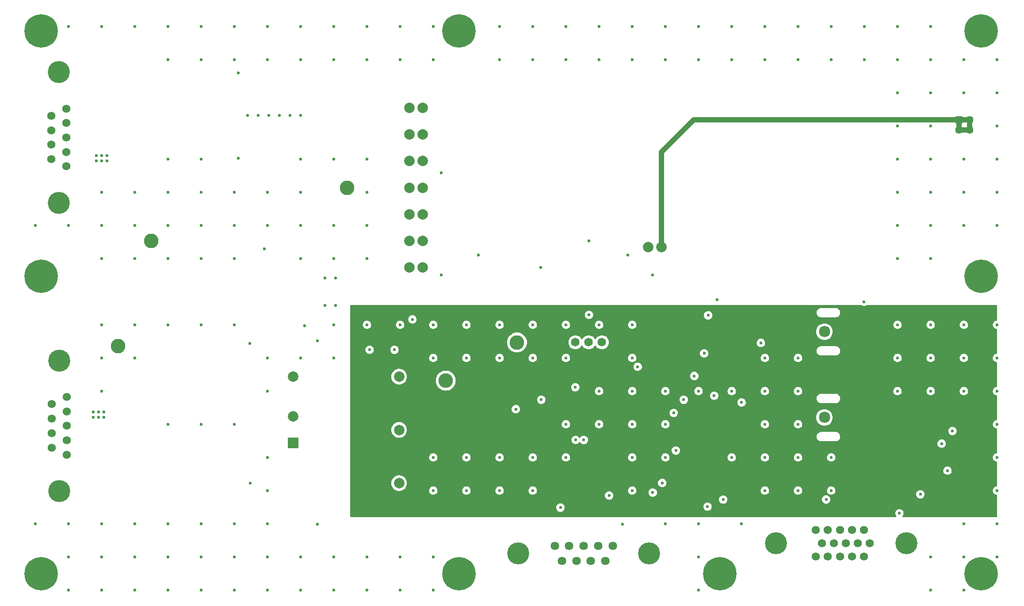
<source format=gbr>
%TF.GenerationSoftware,KiCad,Pcbnew,8.0.6*%
%TF.CreationDate,2025-05-06T15:07:16-04:00*%
%TF.ProjectId,TPC_COLD_HV_PDU,5450435f-434f-44c4-945f-48565f504455,rev?*%
%TF.SameCoordinates,Original*%
%TF.FileFunction,Copper,L3,Inr*%
%TF.FilePolarity,Positive*%
%FSLAX46Y46*%
G04 Gerber Fmt 4.6, Leading zero omitted, Abs format (unit mm)*
G04 Created by KiCad (PCBNEW 8.0.6) date 2025-05-06 15:07:16*
%MOMM*%
%LPD*%
G01*
G04 APERTURE LIST*
%TA.AperFunction,ComponentPad*%
%ADD10C,2.159000*%
%TD*%
%TA.AperFunction,ComponentPad*%
%ADD11C,6.400000*%
%TD*%
%TA.AperFunction,ComponentPad*%
%ADD12C,2.800000*%
%TD*%
%TA.AperFunction,ComponentPad*%
%ADD13C,1.575000*%
%TD*%
%TA.AperFunction,ComponentPad*%
%ADD14C,4.216000*%
%TD*%
%TA.AperFunction,ComponentPad*%
%ADD15C,1.650000*%
%TD*%
%TA.AperFunction,ComponentPad*%
%ADD16C,2.000000*%
%TD*%
%TA.AperFunction,ComponentPad*%
%ADD17R,1.447800X1.447800*%
%TD*%
%TA.AperFunction,ComponentPad*%
%ADD18C,1.447800*%
%TD*%
%TA.AperFunction,ComponentPad*%
%ADD19C,1.635000*%
%TD*%
%TA.AperFunction,ComponentPad*%
%ADD20C,1.560000*%
%TD*%
%TA.AperFunction,ComponentPad*%
%ADD21R,2.000000X2.000000*%
%TD*%
%TA.AperFunction,ViaPad*%
%ADD22C,0.600000*%
%TD*%
%TA.AperFunction,Conductor*%
%ADD23C,1.000000*%
%TD*%
G04 APERTURE END LIST*
D10*
%TO.N,Net-(M3-Pad3)*%
%TO.C,P2*%
X240000000Y-115620000D03*
%TD*%
%TO.N,Net-(P1-Pad1)*%
%TO.C,P1*%
X240000000Y-132049800D03*
%TD*%
D11*
%TO.N,GNDPWR*%
%TO.C,H3*%
X270000000Y-58000000D03*
%TD*%
%TO.N,GNDPWR*%
%TO.C,H2*%
X90000000Y-105000000D03*
%TD*%
D12*
%TO.N,/V3p3_RTN*%
%TO.C,V_{GND}1*%
X167490000Y-124990000D03*
%TD*%
D11*
%TO.N,GNDPWR*%
%TO.C,H6*%
X170000000Y-58000000D03*
%TD*%
D13*
%TO.N,/TEMP_0_Telem*%
%TO.C,J3*%
X247536000Y-153630000D03*
%TO.N,/TEMP_1_Telem*%
X245246000Y-153630000D03*
%TO.N,unconnected-(J3-Pad3)*%
X242956000Y-153630000D03*
%TO.N,/HV_I_MON_Telem*%
X240666000Y-153630000D03*
%TO.N,/HV_MON_Telem*%
X238376000Y-153630000D03*
%TO.N,/V3p3_RTN*%
X248681000Y-156170000D03*
X246391000Y-156170000D03*
X244101000Y-156170000D03*
X241811000Y-156170000D03*
X239521000Y-156170000D03*
%TO.N,unconnected-(J3-Pad11)*%
X247536000Y-158710000D03*
%TO.N,unconnected-(J3-Pad12)*%
X245246000Y-158710000D03*
%TO.N,unconnected-(J3-Pad13)*%
X242956000Y-158710000D03*
%TO.N,unconnected-(J3-Pad14)*%
X240666000Y-158710000D03*
%TO.N,unconnected-(J3-Pad15)*%
X238376000Y-158710000D03*
D14*
%TO.N,GNDPWR*%
X230715000Y-156170000D03*
X255705000Y-156170000D03*
%TD*%
D12*
%TO.N,/V3p3*%
%TO.C,V_{3.3V}1*%
X181560000Y-125020000D03*
%TD*%
D15*
%TO.N,/HV_SET_INT*%
%TO.C,J5*%
X197400000Y-117660000D03*
%TO.N,/Main_DCDC_Converter/HV_SET*%
X194860000Y-117660000D03*
%TO.N,/HV_SET_EXT*%
X192320000Y-117660000D03*
%TD*%
D11*
%TO.N,GNDPWR*%
%TO.C,H9*%
X270000000Y-105000000D03*
%TD*%
D16*
%TO.N,/Main_DCDC_Converter/V_RTN*%
%TO.C,U1*%
X160560000Y-72745000D03*
%TO.N,/Main_DCDC_Converter/V_IN*%
X160560000Y-77845000D03*
%TO.N,/HV_I_MON*%
X160560000Y-82945000D03*
%TO.N,/HV_EN*%
X160560000Y-88045000D03*
%TO.N,/V3p3_RTN*%
X160560000Y-93145000D03*
%TO.N,N/C*%
X160560000Y-98245000D03*
%TO.N,/5V_REF*%
X160560000Y-103345000D03*
%TO.N,/Main_DCDC_Converter/V_RTN*%
X163060000Y-72745000D03*
%TO.N,/Main_DCDC_Converter/V_IN*%
X163060000Y-77845000D03*
%TO.N,unconnected-(U1-NC-Pad10)*%
X163060000Y-82945000D03*
%TO.N,/Main_DCDC_Converter/V_RTN*%
X163060000Y-88045000D03*
%TO.N,Net-(U1-V_MODE)*%
X163060000Y-93145000D03*
%TO.N,/Main_DCDC_Converter/HV_SET*%
X163060000Y-98245000D03*
%TO.N,/HV_MON*%
X163060000Y-103345000D03*
%TO.N,/HV_RTN*%
X206260000Y-99445000D03*
X208760000Y-99445000D03*
%TD*%
D12*
%TO.N,/V_TELEM_RTN*%
%TO.C,GND1*%
X104730000Y-118410000D03*
%TD*%
D11*
%TO.N,GNDPWR*%
%TO.C,H8*%
X170000000Y-162000000D03*
%TD*%
%TO.N,GNDPWR*%
%TO.C,H4*%
X220000000Y-162000000D03*
%TD*%
D17*
%TO.N,/HV_RTN*%
%TO.C,J6*%
X265779999Y-75009999D03*
D18*
X265779999Y-77010000D03*
X267780000Y-75009999D03*
X267780000Y-77010000D03*
%TD*%
D11*
%TO.N,GNDPWR*%
%TO.C,H7*%
X270000000Y-162000000D03*
%TD*%
D19*
%TO.N,/SYNC_n+*%
%TO.C,J4*%
X199440000Y-156690000D03*
%TO.N,/Enable-*%
X196670000Y-156690000D03*
%TO.N,unconnected-(J4-Pad3)*%
X193900000Y-156690000D03*
%TO.N,/SCLK+*%
X191130000Y-156690000D03*
%TO.N,/Data_In-*%
X188360000Y-156690000D03*
%TO.N,/SYNC_n-*%
X198055000Y-159530000D03*
%TO.N,/Enable+*%
X195285000Y-159530000D03*
%TO.N,/SCLK-*%
X192515000Y-159530000D03*
%TO.N,/Data_In+*%
X189745000Y-159530000D03*
D14*
%TO.N,GNDPWR*%
X181400000Y-158110000D03*
X206400000Y-158110000D03*
%TD*%
D20*
%TO.N,/V_TELEM_RTN*%
%TO.C,J2*%
X94880000Y-128120000D03*
X94880000Y-130890000D03*
%TO.N,unconnected-(J2-Pad3)*%
X94880000Y-133660000D03*
%TO.N,/V_TELEM_RTN*%
X94880000Y-136430000D03*
X94880000Y-139200000D03*
%TO.N,/V_TELEM_IN*%
X92040000Y-129505000D03*
X92040000Y-132275000D03*
X92040000Y-135045000D03*
X92040000Y-137815000D03*
D14*
%TO.N,GNDPWR*%
X93460000Y-121160000D03*
X93460000Y-146160000D03*
%TD*%
D21*
%TO.N,/Telemetry_DCDC_Converter/V_POS*%
%TO.C,U4*%
X138247500Y-136930000D03*
D16*
%TO.N,/Telemetry_DCDC_Converter/V_RTN*%
X138247500Y-131830000D03*
%TO.N,/P5V*%
X158547500Y-144630000D03*
%TO.N,unconnected-(U4-TRIM-Pad4)*%
X158547500Y-134430000D03*
%TO.N,/V3p3_RTN*%
X158547500Y-124230000D03*
%TO.N,unconnected-(U4-REMOTE-Pad6)*%
X138247500Y-124230000D03*
%TD*%
D12*
%TO.N,/HV_EN*%
%TO.C,V_{EN}1*%
X148590000Y-88075000D03*
%TD*%
D11*
%TO.N,GNDPWR*%
%TO.C,H5*%
X90000000Y-162000000D03*
%TD*%
%TO.N,GNDPWR*%
%TO.C,H1*%
X90000000Y-58000000D03*
%TD*%
D20*
%TO.N,/V_SEC_RTN*%
%TO.C,J1*%
X94830000Y-72880000D03*
X94830000Y-75650000D03*
%TO.N,unconnected-(J1-Pad3)*%
X94830000Y-78420000D03*
%TO.N,/V_SEC_RTN*%
X94830000Y-81190000D03*
X94830000Y-83960000D03*
%TO.N,/V_SEC_IN*%
X91990000Y-74265000D03*
X91990000Y-77035000D03*
X91990000Y-79805000D03*
X91990000Y-82575000D03*
D14*
%TO.N,GNDPWR*%
X93410000Y-65920000D03*
X93410000Y-90920000D03*
%TD*%
D12*
%TO.N,/V_SEC_RTN*%
%TO.C,GND2*%
X111060000Y-98240000D03*
%TD*%
%TO.N,/HV_SET_EXT*%
%TO.C,HV_SET_{-EXT}1*%
X181130000Y-117680000D03*
%TD*%
D22*
%TO.N,/V_SEC_RTN*%
X101572000Y-81869000D03*
X273050000Y-95250000D03*
X254000000Y-88900000D03*
X184150000Y-57150000D03*
X266700000Y-95250000D03*
X228600000Y-57150000D03*
X254000000Y-76200000D03*
X133350000Y-88900000D03*
X146050000Y-63500000D03*
X146050000Y-101600000D03*
X120650000Y-101600000D03*
X228600000Y-63500000D03*
X139700000Y-95250000D03*
X120650000Y-82550000D03*
X203200000Y-63500000D03*
X133350000Y-57150000D03*
X234950000Y-57150000D03*
X266700000Y-69850000D03*
X133350000Y-63500000D03*
X260350000Y-63500000D03*
X152400000Y-95250000D03*
X101600000Y-88900000D03*
X137668000Y-74168000D03*
X222250000Y-63500000D03*
X139700000Y-74168000D03*
X273050000Y-63500000D03*
X254000000Y-69850000D03*
X209550000Y-57150000D03*
X131572000Y-74168000D03*
X101600000Y-101600000D03*
X133350000Y-95250000D03*
X114300000Y-88900000D03*
X100556000Y-81869000D03*
X254000000Y-82550000D03*
X132730000Y-99745000D03*
X177800000Y-57150000D03*
X247650000Y-57150000D03*
X241300000Y-57150000D03*
X152400000Y-101600000D03*
X120650000Y-95250000D03*
X215900000Y-63500000D03*
X127000000Y-63500000D03*
X102588000Y-81869000D03*
X139700000Y-101600000D03*
X260350000Y-57150000D03*
X139700000Y-82550000D03*
X152400000Y-63500000D03*
X95250000Y-57150000D03*
X146360000Y-105350000D03*
X120650000Y-63500000D03*
X114300000Y-101600000D03*
X254000000Y-95250000D03*
X260350000Y-76200000D03*
X146050000Y-82550000D03*
X254000000Y-101600000D03*
X139700000Y-63500000D03*
X139700000Y-57150000D03*
X260350000Y-88900000D03*
X152400000Y-88900000D03*
X209550000Y-63500000D03*
X254000000Y-63500000D03*
X100556000Y-82885000D03*
X254000000Y-57150000D03*
X234950000Y-63500000D03*
X120650000Y-57150000D03*
X273050000Y-76200000D03*
X135636000Y-74168000D03*
X215900000Y-57150000D03*
X129540000Y-74168000D03*
X114300000Y-63500000D03*
X266700000Y-88900000D03*
X260350000Y-95250000D03*
X102588000Y-82885000D03*
X273050000Y-88900000D03*
X247650000Y-63500000D03*
X152400000Y-82550000D03*
X146050000Y-95250000D03*
X107950000Y-101600000D03*
X107950000Y-95250000D03*
X260350000Y-69850000D03*
X101572000Y-82885000D03*
X114300000Y-82550000D03*
X158750000Y-63500000D03*
X101600000Y-57150000D03*
X146050000Y-57150000D03*
X241300000Y-63500000D03*
X127000000Y-95250000D03*
X127000000Y-57150000D03*
X158750000Y-57150000D03*
X88900000Y-95250000D03*
X184150000Y-63500000D03*
X260350000Y-82550000D03*
X127000000Y-101600000D03*
X107950000Y-88900000D03*
X260350000Y-101600000D03*
X114300000Y-57150000D03*
X196850000Y-57150000D03*
X266700000Y-63500000D03*
X266700000Y-82550000D03*
X114300000Y-95250000D03*
X133604000Y-74168000D03*
X190500000Y-57150000D03*
X273050000Y-82550000D03*
X196850000Y-63500000D03*
X144390000Y-105350000D03*
X127000000Y-88900000D03*
X95250000Y-95250000D03*
X139700000Y-88900000D03*
X152400000Y-57150000D03*
X190500000Y-63500000D03*
X273050000Y-69850000D03*
X165100000Y-63500000D03*
X177800000Y-63500000D03*
X203200000Y-57150000D03*
X120650000Y-88900000D03*
X165100000Y-57150000D03*
X101600000Y-95250000D03*
X107950000Y-57150000D03*
X222250000Y-57150000D03*
%TO.N,GNDPWR*%
X152908000Y-119070000D03*
X127780000Y-66095000D03*
X127770000Y-82395000D03*
%TO.N,/V3p3*%
X198385000Y-144740000D03*
X216980000Y-114810000D03*
X263560000Y-147630000D03*
X174550000Y-126740000D03*
X189205000Y-146580000D03*
X215935000Y-138383800D03*
%TO.N,/V3p3_RTN*%
X218895000Y-127873800D03*
X227840000Y-117770000D03*
X157660000Y-119080000D03*
X211565000Y-138393800D03*
X180910000Y-130470000D03*
X217605000Y-149123800D03*
X258380000Y-146770000D03*
X217735000Y-112490000D03*
X198775000Y-147000000D03*
X161115000Y-113270000D03*
%TO.N,unconnected-(R27-Pad2)*%
X215090000Y-124100000D03*
%TO.N,/V3p3_RTN*%
X264510000Y-134640000D03*
X263570000Y-142250000D03*
X211155000Y-131183800D03*
X208935000Y-144593800D03*
X193915000Y-136350000D03*
X216980000Y-119770000D03*
X189455000Y-149310000D03*
%TO.N,/V_TELEM_RTN*%
X260350000Y-158750000D03*
X102000000Y-131000000D03*
X127000000Y-165100000D03*
X114300000Y-114300000D03*
X107950000Y-158750000D03*
X190500000Y-114300000D03*
X146050000Y-114300000D03*
X192300000Y-126260000D03*
X127000000Y-158750000D03*
X184150000Y-146050000D03*
X171450000Y-120650000D03*
X273050000Y-158750000D03*
X152400000Y-158750000D03*
X222250000Y-127000000D03*
X177800000Y-146050000D03*
X139700000Y-120650000D03*
X190500000Y-120650000D03*
X101600000Y-114300000D03*
X127000000Y-133350000D03*
X100000000Y-131000000D03*
X273050000Y-133350000D03*
X144400000Y-110600000D03*
X209550000Y-127000000D03*
X120650000Y-133350000D03*
X139700000Y-165100000D03*
X241300000Y-139700000D03*
X273050000Y-139700000D03*
X273050000Y-146050000D03*
X133350000Y-158750000D03*
X234950000Y-139700000D03*
X114300000Y-158750000D03*
X101600000Y-152400000D03*
X254000000Y-120650000D03*
X139700000Y-158750000D03*
X146050000Y-165100000D03*
X158750000Y-114300000D03*
X100000000Y-132000000D03*
X196850000Y-133350000D03*
X234950000Y-120650000D03*
X254000000Y-114300000D03*
X228600000Y-146050000D03*
X101600000Y-127000000D03*
X133350000Y-127000000D03*
X203200000Y-127000000D03*
X234950000Y-133350000D03*
X133350000Y-146050000D03*
X101000000Y-131000000D03*
X266700000Y-127000000D03*
X95250000Y-158750000D03*
X215900000Y-158750000D03*
X102000000Y-132000000D03*
X266700000Y-158750000D03*
X146050000Y-120650000D03*
X101600000Y-120650000D03*
X177800000Y-120650000D03*
X133350000Y-152400000D03*
X266700000Y-152400000D03*
X120650000Y-114300000D03*
X171450000Y-139700000D03*
X266700000Y-165100000D03*
X273050000Y-120650000D03*
X101000000Y-132000000D03*
X171450000Y-146050000D03*
X215900000Y-127000000D03*
X114300000Y-165100000D03*
X241300000Y-146050000D03*
X260350000Y-127000000D03*
X165100000Y-120650000D03*
X215900000Y-152400000D03*
X171450000Y-114300000D03*
X228600000Y-127000000D03*
X165100000Y-158750000D03*
X107950000Y-152400000D03*
X158750000Y-158750000D03*
X215900000Y-165100000D03*
X127000000Y-114300000D03*
X209550000Y-139700000D03*
X228600000Y-139700000D03*
X146360000Y-110600000D03*
X254000000Y-127000000D03*
X165100000Y-139700000D03*
X234950000Y-127000000D03*
X120650000Y-152400000D03*
X107950000Y-120650000D03*
X133350000Y-120650000D03*
X190500000Y-139700000D03*
X177800000Y-139700000D03*
X260350000Y-165100000D03*
X133350000Y-165100000D03*
X133350000Y-139700000D03*
X196850000Y-127000000D03*
X95250000Y-152400000D03*
X165100000Y-165100000D03*
X120650000Y-158750000D03*
X190500000Y-133350000D03*
X152400000Y-165100000D03*
X260350000Y-114300000D03*
X107950000Y-165100000D03*
X184150000Y-114300000D03*
X203200000Y-114300000D03*
X273050000Y-114300000D03*
X203200000Y-133350000D03*
X228600000Y-120650000D03*
X165100000Y-114300000D03*
X273050000Y-152400000D03*
X158750000Y-165100000D03*
X101600000Y-158750000D03*
X203200000Y-146050000D03*
X273050000Y-127000000D03*
X114300000Y-152400000D03*
X101600000Y-165100000D03*
X260350000Y-120650000D03*
X177800000Y-114300000D03*
X222250000Y-139700000D03*
X127000000Y-152400000D03*
X203200000Y-120650000D03*
X140500000Y-114475000D03*
X114300000Y-133350000D03*
X266700000Y-114300000D03*
X209550000Y-133350000D03*
X234950000Y-146050000D03*
X152400000Y-114300000D03*
X184150000Y-139700000D03*
X196850000Y-114300000D03*
X203200000Y-139700000D03*
X165100000Y-146050000D03*
X228600000Y-133350000D03*
X266700000Y-120650000D03*
X95250000Y-165100000D03*
X209550000Y-152400000D03*
X146050000Y-158750000D03*
X120650000Y-165100000D03*
X184150000Y-120650000D03*
X88900000Y-152400000D03*
X107950000Y-114300000D03*
%TO.N,/P5V*%
X129950000Y-117870000D03*
X262450000Y-137070000D03*
X254360000Y-150400000D03*
X130040000Y-144630000D03*
X192365000Y-136340000D03*
%TO.N,/5V_REF*%
X173720000Y-100945000D03*
X204240000Y-122350000D03*
X202320000Y-100950000D03*
%TO.N,/HV_I_MON_Telem*%
X240331193Y-147760234D03*
X220625000Y-147778800D03*
%TO.N,/HV_MON_Telem*%
X224130000Y-129170000D03*
X224130000Y-152390000D03*
%TO.N,/TEMP_0_Telem*%
X247610000Y-109880000D03*
X219470000Y-109500000D03*
%TO.N,/Enable_SIG*%
X201380000Y-152530000D03*
X142910000Y-117340000D03*
X142910000Y-152530000D03*
%TO.N,/HV_MON*%
X185780000Y-128650000D03*
X185710000Y-103320000D03*
X213060000Y-128650000D03*
%TO.N,/HV_I_MON*%
X166640000Y-104760000D03*
X207130000Y-146440000D03*
X207130000Y-104760000D03*
X166630000Y-85230000D03*
%TO.N,/Main_DCDC_Converter/HV_SET*%
X194920000Y-98220000D03*
X194910000Y-112380000D03*
%TD*%
D23*
%TO.N,/HV_RTN*%
X267780000Y-75009999D02*
X267780000Y-77010000D01*
X208760000Y-99445000D02*
X208760000Y-81190000D01*
X214940001Y-75009999D02*
X267780000Y-75009999D01*
X265779999Y-75009999D02*
X265779999Y-77010000D01*
X208760000Y-81190000D02*
X214940001Y-75009999D01*
X265779999Y-77010000D02*
X267780000Y-77010000D01*
%TD*%
%TA.AperFunction,Conductor*%
%TO.N,/V3p3*%
G36*
X247106449Y-110509006D02*
G01*
X247191566Y-110562489D01*
X247260478Y-110605789D01*
X247283944Y-110614000D01*
X247430745Y-110665368D01*
X247430750Y-110665369D01*
X247609996Y-110685565D01*
X247610000Y-110685565D01*
X247610004Y-110685565D01*
X247789249Y-110665369D01*
X247789252Y-110665368D01*
X247789255Y-110665368D01*
X247959522Y-110605789D01*
X248112262Y-110509816D01*
X248112262Y-110509815D01*
X248113551Y-110509006D01*
X248179523Y-110490000D01*
X272926000Y-110490000D01*
X272993039Y-110509685D01*
X273038794Y-110562489D01*
X273050000Y-110614000D01*
X273050000Y-113383621D01*
X273030315Y-113450660D01*
X272977511Y-113496415D01*
X272939884Y-113506841D01*
X272870749Y-113514630D01*
X272870745Y-113514631D01*
X272700476Y-113574211D01*
X272547737Y-113670184D01*
X272420184Y-113797737D01*
X272324211Y-113950476D01*
X272264631Y-114120745D01*
X272264630Y-114120750D01*
X272244435Y-114299996D01*
X272244435Y-114300003D01*
X272264630Y-114479249D01*
X272264631Y-114479254D01*
X272324211Y-114649523D01*
X272348659Y-114688431D01*
X272420184Y-114802262D01*
X272547738Y-114929816D01*
X272700478Y-115025789D01*
X272870745Y-115085368D01*
X272870749Y-115085369D01*
X272939883Y-115093158D01*
X273004297Y-115120224D01*
X273043852Y-115177818D01*
X273050000Y-115216378D01*
X273050000Y-119733621D01*
X273030315Y-119800660D01*
X272977511Y-119846415D01*
X272939884Y-119856841D01*
X272870749Y-119864630D01*
X272870745Y-119864631D01*
X272700476Y-119924211D01*
X272547737Y-120020184D01*
X272420184Y-120147737D01*
X272324211Y-120300476D01*
X272264631Y-120470745D01*
X272264630Y-120470750D01*
X272244435Y-120649996D01*
X272244435Y-120650003D01*
X272264630Y-120829249D01*
X272264631Y-120829254D01*
X272324211Y-120999523D01*
X272420184Y-121152262D01*
X272547738Y-121279816D01*
X272700478Y-121375789D01*
X272870745Y-121435368D01*
X272870749Y-121435369D01*
X272939883Y-121443158D01*
X273004297Y-121470224D01*
X273043852Y-121527818D01*
X273050000Y-121566378D01*
X273050000Y-126083621D01*
X273030315Y-126150660D01*
X272977511Y-126196415D01*
X272939884Y-126206841D01*
X272870749Y-126214630D01*
X272870745Y-126214631D01*
X272700476Y-126274211D01*
X272547737Y-126370184D01*
X272420184Y-126497737D01*
X272324211Y-126650476D01*
X272264631Y-126820745D01*
X272264630Y-126820750D01*
X272244435Y-126999996D01*
X272244435Y-127000003D01*
X272264630Y-127179249D01*
X272264631Y-127179254D01*
X272324211Y-127349523D01*
X272419768Y-127501600D01*
X272420184Y-127502262D01*
X272547738Y-127629816D01*
X272638080Y-127686582D01*
X272650753Y-127694545D01*
X272700478Y-127725789D01*
X272870745Y-127785368D01*
X272870749Y-127785369D01*
X272939883Y-127793158D01*
X273004297Y-127820224D01*
X273043852Y-127877818D01*
X273050000Y-127916378D01*
X273050000Y-132433621D01*
X273030315Y-132500660D01*
X272977511Y-132546415D01*
X272939884Y-132556841D01*
X272870749Y-132564630D01*
X272870745Y-132564631D01*
X272700476Y-132624211D01*
X272547737Y-132720184D01*
X272420184Y-132847737D01*
X272324211Y-133000476D01*
X272264631Y-133170745D01*
X272264630Y-133170750D01*
X272244435Y-133349996D01*
X272244435Y-133350003D01*
X272264630Y-133529249D01*
X272264631Y-133529254D01*
X272324211Y-133699523D01*
X272420184Y-133852262D01*
X272547738Y-133979816D01*
X272700478Y-134075789D01*
X272870745Y-134135368D01*
X272870749Y-134135369D01*
X272939883Y-134143158D01*
X273004297Y-134170224D01*
X273043852Y-134227818D01*
X273050000Y-134266378D01*
X273050000Y-138783621D01*
X273030315Y-138850660D01*
X272977511Y-138896415D01*
X272939884Y-138906841D01*
X272870749Y-138914630D01*
X272870745Y-138914631D01*
X272700476Y-138974211D01*
X272547737Y-139070184D01*
X272420184Y-139197737D01*
X272324211Y-139350476D01*
X272264631Y-139520745D01*
X272264630Y-139520750D01*
X272244435Y-139699996D01*
X272244435Y-139700003D01*
X272264630Y-139879249D01*
X272264631Y-139879254D01*
X272324211Y-140049523D01*
X272420184Y-140202262D01*
X272547738Y-140329816D01*
X272700478Y-140425789D01*
X272870745Y-140485368D01*
X272870749Y-140485369D01*
X272939883Y-140493158D01*
X273004297Y-140520224D01*
X273043852Y-140577818D01*
X273050000Y-140616378D01*
X273050000Y-145133621D01*
X273030315Y-145200660D01*
X272977511Y-145246415D01*
X272939884Y-145256841D01*
X272870749Y-145264630D01*
X272870745Y-145264631D01*
X272700476Y-145324211D01*
X272547737Y-145420184D01*
X272420184Y-145547737D01*
X272324211Y-145700476D01*
X272264631Y-145870745D01*
X272264630Y-145870750D01*
X272244435Y-146049996D01*
X272244435Y-146050003D01*
X272264630Y-146229249D01*
X272264631Y-146229254D01*
X272324211Y-146399523D01*
X272385924Y-146497738D01*
X272420184Y-146552262D01*
X272547738Y-146679816D01*
X272638080Y-146736582D01*
X272691269Y-146770003D01*
X272700478Y-146775789D01*
X272739725Y-146789522D01*
X272870745Y-146835368D01*
X272870749Y-146835369D01*
X272939883Y-146843158D01*
X273004297Y-146870224D01*
X273043852Y-146927818D01*
X273050000Y-146966378D01*
X273050000Y-151006000D01*
X273030315Y-151073039D01*
X272977511Y-151118794D01*
X272926000Y-151130000D01*
X255061440Y-151130000D01*
X254994401Y-151110315D01*
X254948646Y-151057511D01*
X254938702Y-150988353D01*
X254967727Y-150924797D01*
X254973759Y-150918319D01*
X254989816Y-150902262D01*
X255085789Y-150749522D01*
X255145368Y-150579255D01*
X255165565Y-150400000D01*
X255145368Y-150220745D01*
X255085789Y-150050478D01*
X254989816Y-149897738D01*
X254862262Y-149770184D01*
X254835893Y-149753615D01*
X254709523Y-149674211D01*
X254539254Y-149614631D01*
X254539249Y-149614630D01*
X254360004Y-149594435D01*
X254359996Y-149594435D01*
X254180750Y-149614630D01*
X254180745Y-149614631D01*
X254010476Y-149674211D01*
X253857737Y-149770184D01*
X253730184Y-149897737D01*
X253634211Y-150050476D01*
X253574631Y-150220745D01*
X253574630Y-150220750D01*
X253554435Y-150399996D01*
X253554435Y-150400003D01*
X253574630Y-150579249D01*
X253574631Y-150579254D01*
X253634211Y-150749523D01*
X253730184Y-150902262D01*
X253746241Y-150918319D01*
X253779726Y-150979642D01*
X253774742Y-151049334D01*
X253732870Y-151105267D01*
X253667406Y-151129684D01*
X253658560Y-151130000D01*
X149349000Y-151130000D01*
X149281961Y-151110315D01*
X149236206Y-151057511D01*
X149225000Y-151006000D01*
X149225000Y-149309996D01*
X188649435Y-149309996D01*
X188649435Y-149310003D01*
X188669630Y-149489249D01*
X188669631Y-149489254D01*
X188729211Y-149659523D01*
X188825184Y-149812262D01*
X188952738Y-149939816D01*
X189105478Y-150035789D01*
X189147457Y-150050478D01*
X189275745Y-150095368D01*
X189275750Y-150095369D01*
X189454996Y-150115565D01*
X189455000Y-150115565D01*
X189455004Y-150115565D01*
X189634249Y-150095369D01*
X189634252Y-150095368D01*
X189634255Y-150095368D01*
X189804522Y-150035789D01*
X189957262Y-149939816D01*
X190084816Y-149812262D01*
X190180789Y-149659522D01*
X190240368Y-149489255D01*
X190242163Y-149473323D01*
X190260565Y-149310003D01*
X190260565Y-149309996D01*
X190240369Y-149130750D01*
X190240368Y-149130745D01*
X190237936Y-149123796D01*
X216799435Y-149123796D01*
X216799435Y-149123803D01*
X216819630Y-149303049D01*
X216819631Y-149303054D01*
X216879211Y-149473323D01*
X216889222Y-149489255D01*
X216975184Y-149626062D01*
X217102738Y-149753616D01*
X217255478Y-149849589D01*
X217393077Y-149897737D01*
X217425745Y-149909168D01*
X217425750Y-149909169D01*
X217604996Y-149929365D01*
X217605000Y-149929365D01*
X217605004Y-149929365D01*
X217784249Y-149909169D01*
X217784252Y-149909168D01*
X217784255Y-149909168D01*
X217954522Y-149849589D01*
X218107262Y-149753616D01*
X218234816Y-149626062D01*
X218330789Y-149473322D01*
X218390368Y-149303055D01*
X218409782Y-149130750D01*
X218410565Y-149123803D01*
X218410565Y-149123796D01*
X218390369Y-148944550D01*
X218390368Y-148944545D01*
X218330788Y-148774276D01*
X218234815Y-148621537D01*
X218107262Y-148493984D01*
X217954523Y-148398011D01*
X217784254Y-148338431D01*
X217784249Y-148338430D01*
X217605004Y-148318235D01*
X217604996Y-148318235D01*
X217425750Y-148338430D01*
X217425745Y-148338431D01*
X217255476Y-148398011D01*
X217102737Y-148493984D01*
X216975184Y-148621537D01*
X216879211Y-148774276D01*
X216819631Y-148944545D01*
X216819630Y-148944550D01*
X216799435Y-149123796D01*
X190237936Y-149123796D01*
X190180788Y-148960476D01*
X190084815Y-148807737D01*
X189957262Y-148680184D01*
X189804523Y-148584211D01*
X189634254Y-148524631D01*
X189634249Y-148524630D01*
X189455004Y-148504435D01*
X189454996Y-148504435D01*
X189275750Y-148524630D01*
X189275745Y-148524631D01*
X189105476Y-148584211D01*
X188952737Y-148680184D01*
X188825184Y-148807737D01*
X188729211Y-148960476D01*
X188669631Y-149130745D01*
X188669630Y-149130750D01*
X188649435Y-149309996D01*
X149225000Y-149309996D01*
X149225000Y-146999996D01*
X197969435Y-146999996D01*
X197969435Y-147000003D01*
X197989630Y-147179249D01*
X197989631Y-147179254D01*
X198049211Y-147349523D01*
X198087658Y-147410710D01*
X198145184Y-147502262D01*
X198272738Y-147629816D01*
X198425478Y-147725789D01*
X198523925Y-147760237D01*
X198595745Y-147785368D01*
X198595750Y-147785369D01*
X198774996Y-147805565D01*
X198775000Y-147805565D01*
X198775004Y-147805565D01*
X198954249Y-147785369D01*
X198954252Y-147785368D01*
X198954255Y-147785368D01*
X198973037Y-147778796D01*
X219819435Y-147778796D01*
X219819435Y-147778803D01*
X219839630Y-147958049D01*
X219839631Y-147958054D01*
X219899211Y-148128323D01*
X219983518Y-148262496D01*
X219995184Y-148281062D01*
X220122738Y-148408616D01*
X220275478Y-148504589D01*
X220445745Y-148564168D01*
X220445750Y-148564169D01*
X220624996Y-148584365D01*
X220625000Y-148584365D01*
X220625004Y-148584365D01*
X220804249Y-148564169D01*
X220804252Y-148564168D01*
X220804255Y-148564168D01*
X220974522Y-148504589D01*
X221127262Y-148408616D01*
X221254816Y-148281062D01*
X221350789Y-148128322D01*
X221410368Y-147958055D01*
X221412461Y-147939483D01*
X221430565Y-147778803D01*
X221430565Y-147778796D01*
X221428473Y-147760230D01*
X239525628Y-147760230D01*
X239525628Y-147760237D01*
X239545823Y-147939483D01*
X239545824Y-147939488D01*
X239605404Y-148109757D01*
X239617070Y-148128323D01*
X239701377Y-148262496D01*
X239828931Y-148390050D01*
X239981671Y-148486023D01*
X240092009Y-148524632D01*
X240151938Y-148545602D01*
X240151943Y-148545603D01*
X240331189Y-148565799D01*
X240331193Y-148565799D01*
X240331197Y-148565799D01*
X240510442Y-148545603D01*
X240510445Y-148545602D01*
X240510448Y-148545602D01*
X240680715Y-148486023D01*
X240833455Y-148390050D01*
X240961009Y-148262496D01*
X241056982Y-148109756D01*
X241116561Y-147939489D01*
X241116562Y-147939483D01*
X241136758Y-147760237D01*
X241136758Y-147760230D01*
X241116562Y-147580984D01*
X241116561Y-147580979D01*
X241086751Y-147495788D01*
X241056982Y-147410712D01*
X240961009Y-147257972D01*
X240833455Y-147130418D01*
X240737008Y-147069816D01*
X240680716Y-147034445D01*
X240510447Y-146974865D01*
X240510442Y-146974864D01*
X240331197Y-146954669D01*
X240331189Y-146954669D01*
X240151943Y-146974864D01*
X240151938Y-146974865D01*
X239981669Y-147034445D01*
X239828930Y-147130418D01*
X239701377Y-147257971D01*
X239605404Y-147410710D01*
X239545824Y-147580979D01*
X239545823Y-147580984D01*
X239525628Y-147760230D01*
X221428473Y-147760230D01*
X221410369Y-147599550D01*
X221410368Y-147599545D01*
X221350788Y-147429276D01*
X221311582Y-147366880D01*
X221254816Y-147276538D01*
X221127262Y-147148984D01*
X220974523Y-147053011D01*
X220804254Y-146993431D01*
X220804249Y-146993430D01*
X220625004Y-146973235D01*
X220624996Y-146973235D01*
X220445750Y-146993430D01*
X220445745Y-146993431D01*
X220275476Y-147053011D01*
X220122737Y-147148984D01*
X219995184Y-147276537D01*
X219899211Y-147429276D01*
X219839631Y-147599545D01*
X219839630Y-147599550D01*
X219819435Y-147778796D01*
X198973037Y-147778796D01*
X199124522Y-147725789D01*
X199277262Y-147629816D01*
X199404816Y-147502262D01*
X199500789Y-147349522D01*
X199560368Y-147179255D01*
X199560369Y-147179249D01*
X199580565Y-147000003D01*
X199580565Y-146999996D01*
X199560369Y-146820750D01*
X199560368Y-146820745D01*
X199542613Y-146770003D01*
X199500789Y-146650478D01*
X199481166Y-146619249D01*
X199404815Y-146497737D01*
X199277262Y-146370184D01*
X199124523Y-146274211D01*
X198954254Y-146214631D01*
X198954249Y-146214630D01*
X198775004Y-146194435D01*
X198774996Y-146194435D01*
X198595750Y-146214630D01*
X198595745Y-146214631D01*
X198425476Y-146274211D01*
X198272737Y-146370184D01*
X198145184Y-146497737D01*
X198049211Y-146650476D01*
X197989631Y-146820745D01*
X197989630Y-146820750D01*
X197969435Y-146999996D01*
X149225000Y-146999996D01*
X149225000Y-144629994D01*
X157041857Y-144629994D01*
X157041857Y-144630005D01*
X157062390Y-144877812D01*
X157062392Y-144877824D01*
X157123436Y-145118881D01*
X157223326Y-145346606D01*
X157359333Y-145554782D01*
X157359336Y-145554785D01*
X157527756Y-145737738D01*
X157723991Y-145890474D01*
X157942690Y-146008828D01*
X158177886Y-146089571D01*
X158423165Y-146130500D01*
X158671835Y-146130500D01*
X158917114Y-146089571D01*
X159032392Y-146049996D01*
X164294435Y-146049996D01*
X164294435Y-146050003D01*
X164314630Y-146229249D01*
X164314631Y-146229254D01*
X164374211Y-146399523D01*
X164435924Y-146497738D01*
X164470184Y-146552262D01*
X164597738Y-146679816D01*
X164688080Y-146736582D01*
X164741269Y-146770003D01*
X164750478Y-146775789D01*
X164789725Y-146789522D01*
X164920745Y-146835368D01*
X164920750Y-146835369D01*
X165099996Y-146855565D01*
X165100000Y-146855565D01*
X165100004Y-146855565D01*
X165279249Y-146835369D01*
X165279252Y-146835368D01*
X165279255Y-146835368D01*
X165449522Y-146775789D01*
X165602262Y-146679816D01*
X165729816Y-146552262D01*
X165825789Y-146399522D01*
X165885368Y-146229255D01*
X165887016Y-146214630D01*
X165905565Y-146050003D01*
X165905565Y-146049996D01*
X170644435Y-146049996D01*
X170644435Y-146050003D01*
X170664630Y-146229249D01*
X170664631Y-146229254D01*
X170724211Y-146399523D01*
X170785924Y-146497738D01*
X170820184Y-146552262D01*
X170947738Y-146679816D01*
X171038080Y-146736582D01*
X171091269Y-146770003D01*
X171100478Y-146775789D01*
X171139725Y-146789522D01*
X171270745Y-146835368D01*
X171270750Y-146835369D01*
X171449996Y-146855565D01*
X171450000Y-146855565D01*
X171450004Y-146855565D01*
X171629249Y-146835369D01*
X171629252Y-146835368D01*
X171629255Y-146835368D01*
X171799522Y-146775789D01*
X171952262Y-146679816D01*
X172079816Y-146552262D01*
X172175789Y-146399522D01*
X172235368Y-146229255D01*
X172237016Y-146214630D01*
X172255565Y-146050003D01*
X172255565Y-146049996D01*
X176994435Y-146049996D01*
X176994435Y-146050003D01*
X177014630Y-146229249D01*
X177014631Y-146229254D01*
X177074211Y-146399523D01*
X177135924Y-146497738D01*
X177170184Y-146552262D01*
X177297738Y-146679816D01*
X177388080Y-146736582D01*
X177441269Y-146770003D01*
X177450478Y-146775789D01*
X177489725Y-146789522D01*
X177620745Y-146835368D01*
X177620750Y-146835369D01*
X177799996Y-146855565D01*
X177800000Y-146855565D01*
X177800004Y-146855565D01*
X177979249Y-146835369D01*
X177979252Y-146835368D01*
X177979255Y-146835368D01*
X178149522Y-146775789D01*
X178302262Y-146679816D01*
X178429816Y-146552262D01*
X178525789Y-146399522D01*
X178585368Y-146229255D01*
X178587016Y-146214630D01*
X178605565Y-146050003D01*
X178605565Y-146049996D01*
X183344435Y-146049996D01*
X183344435Y-146050003D01*
X183364630Y-146229249D01*
X183364631Y-146229254D01*
X183424211Y-146399523D01*
X183485924Y-146497738D01*
X183520184Y-146552262D01*
X183647738Y-146679816D01*
X183738080Y-146736582D01*
X183791269Y-146770003D01*
X183800478Y-146775789D01*
X183839725Y-146789522D01*
X183970745Y-146835368D01*
X183970750Y-146835369D01*
X184149996Y-146855565D01*
X184150000Y-146855565D01*
X184150004Y-146855565D01*
X184329249Y-146835369D01*
X184329252Y-146835368D01*
X184329255Y-146835368D01*
X184499522Y-146775789D01*
X184652262Y-146679816D01*
X184779816Y-146552262D01*
X184875789Y-146399522D01*
X184935368Y-146229255D01*
X184937016Y-146214630D01*
X184955565Y-146050003D01*
X184955565Y-146049996D01*
X202394435Y-146049996D01*
X202394435Y-146050003D01*
X202414630Y-146229249D01*
X202414631Y-146229254D01*
X202474211Y-146399523D01*
X202535924Y-146497738D01*
X202570184Y-146552262D01*
X202697738Y-146679816D01*
X202788080Y-146736582D01*
X202841269Y-146770003D01*
X202850478Y-146775789D01*
X202889725Y-146789522D01*
X203020745Y-146835368D01*
X203020750Y-146835369D01*
X203199996Y-146855565D01*
X203200000Y-146855565D01*
X203200004Y-146855565D01*
X203379249Y-146835369D01*
X203379252Y-146835368D01*
X203379255Y-146835368D01*
X203549522Y-146775789D01*
X203702262Y-146679816D01*
X203829816Y-146552262D01*
X203900357Y-146439996D01*
X206324435Y-146439996D01*
X206324435Y-146440003D01*
X206344630Y-146619249D01*
X206344631Y-146619254D01*
X206404211Y-146789523D01*
X206454919Y-146870224D01*
X206500184Y-146942262D01*
X206627738Y-147069816D01*
X206780478Y-147165789D01*
X206818959Y-147179254D01*
X206950745Y-147225368D01*
X206950750Y-147225369D01*
X207129996Y-147245565D01*
X207130000Y-147245565D01*
X207130004Y-147245565D01*
X207309249Y-147225369D01*
X207309252Y-147225368D01*
X207309255Y-147225368D01*
X207479522Y-147165789D01*
X207632262Y-147069816D01*
X207759816Y-146942262D01*
X207855789Y-146789522D01*
X207915368Y-146619255D01*
X207918580Y-146590750D01*
X207935565Y-146440003D01*
X207935565Y-146439996D01*
X207915369Y-146260750D01*
X207915368Y-146260745D01*
X207855788Y-146090476D01*
X207830353Y-146049996D01*
X227794435Y-146049996D01*
X227794435Y-146050003D01*
X227814630Y-146229249D01*
X227814631Y-146229254D01*
X227874211Y-146399523D01*
X227935924Y-146497738D01*
X227970184Y-146552262D01*
X228097738Y-146679816D01*
X228188080Y-146736582D01*
X228241269Y-146770003D01*
X228250478Y-146775789D01*
X228289725Y-146789522D01*
X228420745Y-146835368D01*
X228420750Y-146835369D01*
X228599996Y-146855565D01*
X228600000Y-146855565D01*
X228600004Y-146855565D01*
X228779249Y-146835369D01*
X228779252Y-146835368D01*
X228779255Y-146835368D01*
X228949522Y-146775789D01*
X229102262Y-146679816D01*
X229229816Y-146552262D01*
X229325789Y-146399522D01*
X229385368Y-146229255D01*
X229387016Y-146214630D01*
X229405565Y-146050003D01*
X229405565Y-146049996D01*
X234144435Y-146049996D01*
X234144435Y-146050003D01*
X234164630Y-146229249D01*
X234164631Y-146229254D01*
X234224211Y-146399523D01*
X234285924Y-146497738D01*
X234320184Y-146552262D01*
X234447738Y-146679816D01*
X234538080Y-146736582D01*
X234591269Y-146770003D01*
X234600478Y-146775789D01*
X234639725Y-146789522D01*
X234770745Y-146835368D01*
X234770750Y-146835369D01*
X234949996Y-146855565D01*
X234950000Y-146855565D01*
X234950004Y-146855565D01*
X235129249Y-146835369D01*
X235129252Y-146835368D01*
X235129255Y-146835368D01*
X235299522Y-146775789D01*
X235452262Y-146679816D01*
X235579816Y-146552262D01*
X235675789Y-146399522D01*
X235735368Y-146229255D01*
X235737016Y-146214630D01*
X235755565Y-146050003D01*
X235755565Y-146049996D01*
X240494435Y-146049996D01*
X240494435Y-146050003D01*
X240514630Y-146229249D01*
X240514631Y-146229254D01*
X240574211Y-146399523D01*
X240635924Y-146497738D01*
X240670184Y-146552262D01*
X240797738Y-146679816D01*
X240888080Y-146736582D01*
X240941269Y-146770003D01*
X240950478Y-146775789D01*
X240989725Y-146789522D01*
X241120745Y-146835368D01*
X241120750Y-146835369D01*
X241299996Y-146855565D01*
X241300000Y-146855565D01*
X241300004Y-146855565D01*
X241479249Y-146835369D01*
X241479252Y-146835368D01*
X241479255Y-146835368D01*
X241649522Y-146775789D01*
X241658741Y-146769996D01*
X257574435Y-146769996D01*
X257574435Y-146770003D01*
X257594630Y-146949249D01*
X257594631Y-146949254D01*
X257654211Y-147119523D01*
X257720719Y-147225369D01*
X257750184Y-147272262D01*
X257877738Y-147399816D01*
X258030478Y-147495789D01*
X258200745Y-147555368D01*
X258200750Y-147555369D01*
X258379996Y-147575565D01*
X258380000Y-147575565D01*
X258380004Y-147575565D01*
X258559249Y-147555369D01*
X258559252Y-147555368D01*
X258559255Y-147555368D01*
X258729522Y-147495789D01*
X258882262Y-147399816D01*
X259009816Y-147272262D01*
X259105789Y-147119522D01*
X259165368Y-146949255D01*
X259166156Y-146942262D01*
X259185565Y-146770003D01*
X259185565Y-146769996D01*
X259165369Y-146590750D01*
X259165368Y-146590745D01*
X259112620Y-146440000D01*
X259105789Y-146420478D01*
X259092621Y-146399522D01*
X259009815Y-146267737D01*
X258882262Y-146140184D01*
X258729523Y-146044211D01*
X258559254Y-145984631D01*
X258559249Y-145984630D01*
X258380004Y-145964435D01*
X258379996Y-145964435D01*
X258200750Y-145984630D01*
X258200745Y-145984631D01*
X258030476Y-146044211D01*
X257877737Y-146140184D01*
X257750184Y-146267737D01*
X257654211Y-146420476D01*
X257594631Y-146590745D01*
X257594630Y-146590750D01*
X257574435Y-146769996D01*
X241658741Y-146769996D01*
X241802262Y-146679816D01*
X241929816Y-146552262D01*
X242025789Y-146399522D01*
X242085368Y-146229255D01*
X242087016Y-146214630D01*
X242105565Y-146050003D01*
X242105565Y-146049996D01*
X242085369Y-145870750D01*
X242085368Y-145870745D01*
X242025788Y-145700476D01*
X241929815Y-145547737D01*
X241802262Y-145420184D01*
X241649523Y-145324211D01*
X241479254Y-145264631D01*
X241479249Y-145264630D01*
X241300004Y-145244435D01*
X241299996Y-145244435D01*
X241120750Y-145264630D01*
X241120745Y-145264631D01*
X240950476Y-145324211D01*
X240797737Y-145420184D01*
X240670184Y-145547737D01*
X240574211Y-145700476D01*
X240514631Y-145870745D01*
X240514630Y-145870750D01*
X240494435Y-146049996D01*
X235755565Y-146049996D01*
X235735369Y-145870750D01*
X235735368Y-145870745D01*
X235675788Y-145700476D01*
X235579815Y-145547737D01*
X235452262Y-145420184D01*
X235299523Y-145324211D01*
X235129254Y-145264631D01*
X235129249Y-145264630D01*
X234950004Y-145244435D01*
X234949996Y-145244435D01*
X234770750Y-145264630D01*
X234770745Y-145264631D01*
X234600476Y-145324211D01*
X234447737Y-145420184D01*
X234320184Y-145547737D01*
X234224211Y-145700476D01*
X234164631Y-145870745D01*
X234164630Y-145870750D01*
X234144435Y-146049996D01*
X229405565Y-146049996D01*
X229385369Y-145870750D01*
X229385368Y-145870745D01*
X229325788Y-145700476D01*
X229229815Y-145547737D01*
X229102262Y-145420184D01*
X228949523Y-145324211D01*
X228779254Y-145264631D01*
X228779249Y-145264630D01*
X228600004Y-145244435D01*
X228599996Y-145244435D01*
X228420750Y-145264630D01*
X228420745Y-145264631D01*
X228250476Y-145324211D01*
X228097737Y-145420184D01*
X227970184Y-145547737D01*
X227874211Y-145700476D01*
X227814631Y-145870745D01*
X227814630Y-145870750D01*
X227794435Y-146049996D01*
X207830353Y-146049996D01*
X207759815Y-145937737D01*
X207632262Y-145810184D01*
X207479523Y-145714211D01*
X207309254Y-145654631D01*
X207309249Y-145654630D01*
X207130004Y-145634435D01*
X207129996Y-145634435D01*
X206950750Y-145654630D01*
X206950745Y-145654631D01*
X206780476Y-145714211D01*
X206627737Y-145810184D01*
X206500184Y-145937737D01*
X206404211Y-146090476D01*
X206344631Y-146260745D01*
X206344630Y-146260750D01*
X206324435Y-146439996D01*
X203900357Y-146439996D01*
X203925789Y-146399522D01*
X203985368Y-146229255D01*
X203987016Y-146214630D01*
X204005565Y-146050003D01*
X204005565Y-146049996D01*
X203985369Y-145870750D01*
X203985368Y-145870745D01*
X203925788Y-145700476D01*
X203829815Y-145547737D01*
X203702262Y-145420184D01*
X203549523Y-145324211D01*
X203379254Y-145264631D01*
X203379249Y-145264630D01*
X203200004Y-145244435D01*
X203199996Y-145244435D01*
X203020750Y-145264630D01*
X203020745Y-145264631D01*
X202850476Y-145324211D01*
X202697737Y-145420184D01*
X202570184Y-145547737D01*
X202474211Y-145700476D01*
X202414631Y-145870745D01*
X202414630Y-145870750D01*
X202394435Y-146049996D01*
X184955565Y-146049996D01*
X184935369Y-145870750D01*
X184935368Y-145870745D01*
X184875788Y-145700476D01*
X184779815Y-145547737D01*
X184652262Y-145420184D01*
X184499523Y-145324211D01*
X184329254Y-145264631D01*
X184329249Y-145264630D01*
X184150004Y-145244435D01*
X184149996Y-145244435D01*
X183970750Y-145264630D01*
X183970745Y-145264631D01*
X183800476Y-145324211D01*
X183647737Y-145420184D01*
X183520184Y-145547737D01*
X183424211Y-145700476D01*
X183364631Y-145870745D01*
X183364630Y-145870750D01*
X183344435Y-146049996D01*
X178605565Y-146049996D01*
X178585369Y-145870750D01*
X178585368Y-145870745D01*
X178525788Y-145700476D01*
X178429815Y-145547737D01*
X178302262Y-145420184D01*
X178149523Y-145324211D01*
X177979254Y-145264631D01*
X177979249Y-145264630D01*
X177800004Y-145244435D01*
X177799996Y-145244435D01*
X177620750Y-145264630D01*
X177620745Y-145264631D01*
X177450476Y-145324211D01*
X177297737Y-145420184D01*
X177170184Y-145547737D01*
X177074211Y-145700476D01*
X177014631Y-145870745D01*
X177014630Y-145870750D01*
X176994435Y-146049996D01*
X172255565Y-146049996D01*
X172235369Y-145870750D01*
X172235368Y-145870745D01*
X172175788Y-145700476D01*
X172079815Y-145547737D01*
X171952262Y-145420184D01*
X171799523Y-145324211D01*
X171629254Y-145264631D01*
X171629249Y-145264630D01*
X171450004Y-145244435D01*
X171449996Y-145244435D01*
X171270750Y-145264630D01*
X171270745Y-145264631D01*
X171100476Y-145324211D01*
X170947737Y-145420184D01*
X170820184Y-145547737D01*
X170724211Y-145700476D01*
X170664631Y-145870745D01*
X170664630Y-145870750D01*
X170644435Y-146049996D01*
X165905565Y-146049996D01*
X165885369Y-145870750D01*
X165885368Y-145870745D01*
X165825788Y-145700476D01*
X165729815Y-145547737D01*
X165602262Y-145420184D01*
X165449523Y-145324211D01*
X165279254Y-145264631D01*
X165279249Y-145264630D01*
X165100004Y-145244435D01*
X165099996Y-145244435D01*
X164920750Y-145264630D01*
X164920745Y-145264631D01*
X164750476Y-145324211D01*
X164597737Y-145420184D01*
X164470184Y-145547737D01*
X164374211Y-145700476D01*
X164314631Y-145870745D01*
X164314630Y-145870750D01*
X164294435Y-146049996D01*
X159032392Y-146049996D01*
X159152310Y-146008828D01*
X159371009Y-145890474D01*
X159567244Y-145737738D01*
X159735664Y-145554785D01*
X159871673Y-145346607D01*
X159971563Y-145118881D01*
X160032608Y-144877821D01*
X160041289Y-144773055D01*
X160053143Y-144630005D01*
X160053143Y-144629994D01*
X160050144Y-144593796D01*
X208129435Y-144593796D01*
X208129435Y-144593803D01*
X208149630Y-144773049D01*
X208149631Y-144773054D01*
X208209211Y-144943323D01*
X208305184Y-145096062D01*
X208432738Y-145223616D01*
X208585478Y-145319589D01*
X208662691Y-145346607D01*
X208755745Y-145379168D01*
X208755750Y-145379169D01*
X208934996Y-145399365D01*
X208935000Y-145399365D01*
X208935004Y-145399365D01*
X209114249Y-145379169D01*
X209114252Y-145379168D01*
X209114255Y-145379168D01*
X209284522Y-145319589D01*
X209437262Y-145223616D01*
X209564816Y-145096062D01*
X209660789Y-144943322D01*
X209720368Y-144773055D01*
X209736486Y-144630005D01*
X209740565Y-144593803D01*
X209740565Y-144593796D01*
X209720369Y-144414550D01*
X209720368Y-144414545D01*
X209660788Y-144244276D01*
X209564815Y-144091537D01*
X209437262Y-143963984D01*
X209284523Y-143868011D01*
X209114254Y-143808431D01*
X209114249Y-143808430D01*
X208935004Y-143788235D01*
X208934996Y-143788235D01*
X208755750Y-143808430D01*
X208755745Y-143808431D01*
X208585476Y-143868011D01*
X208432737Y-143963984D01*
X208305184Y-144091537D01*
X208209211Y-144244276D01*
X208149631Y-144414545D01*
X208149630Y-144414550D01*
X208129435Y-144593796D01*
X160050144Y-144593796D01*
X160032609Y-144382187D01*
X160032607Y-144382175D01*
X159971563Y-144141118D01*
X159871673Y-143913393D01*
X159735666Y-143705217D01*
X159714057Y-143681744D01*
X159567244Y-143522262D01*
X159371009Y-143369526D01*
X159371007Y-143369525D01*
X159371006Y-143369524D01*
X159152311Y-143251172D01*
X159152302Y-143251169D01*
X158917116Y-143170429D01*
X158671835Y-143129500D01*
X158423165Y-143129500D01*
X158177883Y-143170429D01*
X157942697Y-143251169D01*
X157942688Y-143251172D01*
X157723993Y-143369524D01*
X157527757Y-143522261D01*
X157359333Y-143705217D01*
X157223326Y-143913393D01*
X157123436Y-144141118D01*
X157062392Y-144382175D01*
X157062390Y-144382187D01*
X157041857Y-144629994D01*
X149225000Y-144629994D01*
X149225000Y-142249996D01*
X262764435Y-142249996D01*
X262764435Y-142250003D01*
X262784630Y-142429249D01*
X262784631Y-142429254D01*
X262844211Y-142599523D01*
X262940184Y-142752262D01*
X263067738Y-142879816D01*
X263220478Y-142975789D01*
X263390745Y-143035368D01*
X263390750Y-143035369D01*
X263569996Y-143055565D01*
X263570000Y-143055565D01*
X263570004Y-143055565D01*
X263749249Y-143035369D01*
X263749252Y-143035368D01*
X263749255Y-143035368D01*
X263919522Y-142975789D01*
X264072262Y-142879816D01*
X264199816Y-142752262D01*
X264295789Y-142599522D01*
X264355368Y-142429255D01*
X264375565Y-142250000D01*
X264355368Y-142070745D01*
X264295789Y-141900478D01*
X264199816Y-141747738D01*
X264072262Y-141620184D01*
X263919523Y-141524211D01*
X263749254Y-141464631D01*
X263749249Y-141464630D01*
X263570004Y-141444435D01*
X263569996Y-141444435D01*
X263390750Y-141464630D01*
X263390745Y-141464631D01*
X263220476Y-141524211D01*
X263067737Y-141620184D01*
X262940184Y-141747737D01*
X262844211Y-141900476D01*
X262784631Y-142070745D01*
X262784630Y-142070750D01*
X262764435Y-142249996D01*
X149225000Y-142249996D01*
X149225000Y-139699996D01*
X164294435Y-139699996D01*
X164294435Y-139700003D01*
X164314630Y-139879249D01*
X164314631Y-139879254D01*
X164374211Y-140049523D01*
X164470184Y-140202262D01*
X164597738Y-140329816D01*
X164750478Y-140425789D01*
X164920745Y-140485368D01*
X164920750Y-140485369D01*
X165099996Y-140505565D01*
X165100000Y-140505565D01*
X165100004Y-140505565D01*
X165279249Y-140485369D01*
X165279252Y-140485368D01*
X165279255Y-140485368D01*
X165449522Y-140425789D01*
X165602262Y-140329816D01*
X165729816Y-140202262D01*
X165825789Y-140049522D01*
X165885368Y-139879255D01*
X165905565Y-139700000D01*
X165905565Y-139699996D01*
X170644435Y-139699996D01*
X170644435Y-139700003D01*
X170664630Y-139879249D01*
X170664631Y-139879254D01*
X170724211Y-140049523D01*
X170820184Y-140202262D01*
X170947738Y-140329816D01*
X171100478Y-140425789D01*
X171270745Y-140485368D01*
X171270750Y-140485369D01*
X171449996Y-140505565D01*
X171450000Y-140505565D01*
X171450004Y-140505565D01*
X171629249Y-140485369D01*
X171629252Y-140485368D01*
X171629255Y-140485368D01*
X171799522Y-140425789D01*
X171952262Y-140329816D01*
X172079816Y-140202262D01*
X172175789Y-140049522D01*
X172235368Y-139879255D01*
X172255565Y-139700000D01*
X172255565Y-139699996D01*
X176994435Y-139699996D01*
X176994435Y-139700003D01*
X177014630Y-139879249D01*
X177014631Y-139879254D01*
X177074211Y-140049523D01*
X177170184Y-140202262D01*
X177297738Y-140329816D01*
X177450478Y-140425789D01*
X177620745Y-140485368D01*
X177620750Y-140485369D01*
X177799996Y-140505565D01*
X177800000Y-140505565D01*
X177800004Y-140505565D01*
X177979249Y-140485369D01*
X177979252Y-140485368D01*
X177979255Y-140485368D01*
X178149522Y-140425789D01*
X178302262Y-140329816D01*
X178429816Y-140202262D01*
X178525789Y-140049522D01*
X178585368Y-139879255D01*
X178605565Y-139700000D01*
X178605565Y-139699996D01*
X183344435Y-139699996D01*
X183344435Y-139700003D01*
X183364630Y-139879249D01*
X183364631Y-139879254D01*
X183424211Y-140049523D01*
X183520184Y-140202262D01*
X183647738Y-140329816D01*
X183800478Y-140425789D01*
X183970745Y-140485368D01*
X183970750Y-140485369D01*
X184149996Y-140505565D01*
X184150000Y-140505565D01*
X184150004Y-140505565D01*
X184329249Y-140485369D01*
X184329252Y-140485368D01*
X184329255Y-140485368D01*
X184499522Y-140425789D01*
X184652262Y-140329816D01*
X184779816Y-140202262D01*
X184875789Y-140049522D01*
X184935368Y-139879255D01*
X184955565Y-139700000D01*
X184955565Y-139699996D01*
X189694435Y-139699996D01*
X189694435Y-139700003D01*
X189714630Y-139879249D01*
X189714631Y-139879254D01*
X189774211Y-140049523D01*
X189870184Y-140202262D01*
X189997738Y-140329816D01*
X190150478Y-140425789D01*
X190320745Y-140485368D01*
X190320750Y-140485369D01*
X190499996Y-140505565D01*
X190500000Y-140505565D01*
X190500004Y-140505565D01*
X190679249Y-140485369D01*
X190679252Y-140485368D01*
X190679255Y-140485368D01*
X190849522Y-140425789D01*
X191002262Y-140329816D01*
X191129816Y-140202262D01*
X191225789Y-140049522D01*
X191285368Y-139879255D01*
X191305565Y-139700000D01*
X191305565Y-139699996D01*
X202394435Y-139699996D01*
X202394435Y-139700003D01*
X202414630Y-139879249D01*
X202414631Y-139879254D01*
X202474211Y-140049523D01*
X202570184Y-140202262D01*
X202697738Y-140329816D01*
X202850478Y-140425789D01*
X203020745Y-140485368D01*
X203020750Y-140485369D01*
X203199996Y-140505565D01*
X203200000Y-140505565D01*
X203200004Y-140505565D01*
X203379249Y-140485369D01*
X203379252Y-140485368D01*
X203379255Y-140485368D01*
X203549522Y-140425789D01*
X203702262Y-140329816D01*
X203829816Y-140202262D01*
X203925789Y-140049522D01*
X203985368Y-139879255D01*
X204005565Y-139700000D01*
X204005565Y-139699996D01*
X208744435Y-139699996D01*
X208744435Y-139700003D01*
X208764630Y-139879249D01*
X208764631Y-139879254D01*
X208824211Y-140049523D01*
X208920184Y-140202262D01*
X209047738Y-140329816D01*
X209200478Y-140425789D01*
X209370745Y-140485368D01*
X209370750Y-140485369D01*
X209549996Y-140505565D01*
X209550000Y-140505565D01*
X209550004Y-140505565D01*
X209729249Y-140485369D01*
X209729252Y-140485368D01*
X209729255Y-140485368D01*
X209899522Y-140425789D01*
X210052262Y-140329816D01*
X210179816Y-140202262D01*
X210275789Y-140049522D01*
X210335368Y-139879255D01*
X210355565Y-139700000D01*
X210355565Y-139699996D01*
X221444435Y-139699996D01*
X221444435Y-139700003D01*
X221464630Y-139879249D01*
X221464631Y-139879254D01*
X221524211Y-140049523D01*
X221620184Y-140202262D01*
X221747738Y-140329816D01*
X221900478Y-140425789D01*
X222070745Y-140485368D01*
X222070750Y-140485369D01*
X222249996Y-140505565D01*
X222250000Y-140505565D01*
X222250004Y-140505565D01*
X222429249Y-140485369D01*
X222429252Y-140485368D01*
X222429255Y-140485368D01*
X222599522Y-140425789D01*
X222752262Y-140329816D01*
X222879816Y-140202262D01*
X222975789Y-140049522D01*
X223035368Y-139879255D01*
X223055565Y-139700000D01*
X223055565Y-139699996D01*
X227794435Y-139699996D01*
X227794435Y-139700003D01*
X227814630Y-139879249D01*
X227814631Y-139879254D01*
X227874211Y-140049523D01*
X227970184Y-140202262D01*
X228097738Y-140329816D01*
X228250478Y-140425789D01*
X228420745Y-140485368D01*
X228420750Y-140485369D01*
X228599996Y-140505565D01*
X228600000Y-140505565D01*
X228600004Y-140505565D01*
X228779249Y-140485369D01*
X228779252Y-140485368D01*
X228779255Y-140485368D01*
X228949522Y-140425789D01*
X229102262Y-140329816D01*
X229229816Y-140202262D01*
X229325789Y-140049522D01*
X229385368Y-139879255D01*
X229405565Y-139700000D01*
X229405565Y-139699996D01*
X234144435Y-139699996D01*
X234144435Y-139700003D01*
X234164630Y-139879249D01*
X234164631Y-139879254D01*
X234224211Y-140049523D01*
X234320184Y-140202262D01*
X234447738Y-140329816D01*
X234600478Y-140425789D01*
X234770745Y-140485368D01*
X234770750Y-140485369D01*
X234949996Y-140505565D01*
X234950000Y-140505565D01*
X234950004Y-140505565D01*
X235129249Y-140485369D01*
X235129252Y-140485368D01*
X235129255Y-140485368D01*
X235299522Y-140425789D01*
X235452262Y-140329816D01*
X235579816Y-140202262D01*
X235675789Y-140049522D01*
X235735368Y-139879255D01*
X235755565Y-139700000D01*
X235755565Y-139699996D01*
X240494435Y-139699996D01*
X240494435Y-139700003D01*
X240514630Y-139879249D01*
X240514631Y-139879254D01*
X240574211Y-140049523D01*
X240670184Y-140202262D01*
X240797738Y-140329816D01*
X240950478Y-140425789D01*
X241120745Y-140485368D01*
X241120750Y-140485369D01*
X241299996Y-140505565D01*
X241300000Y-140505565D01*
X241300004Y-140505565D01*
X241479249Y-140485369D01*
X241479252Y-140485368D01*
X241479255Y-140485368D01*
X241649522Y-140425789D01*
X241802262Y-140329816D01*
X241929816Y-140202262D01*
X242025789Y-140049522D01*
X242085368Y-139879255D01*
X242105565Y-139700000D01*
X242085368Y-139520745D01*
X242025789Y-139350478D01*
X241929816Y-139197738D01*
X241802262Y-139070184D01*
X241728148Y-139023615D01*
X241649523Y-138974211D01*
X241479254Y-138914631D01*
X241479249Y-138914630D01*
X241300004Y-138894435D01*
X241299996Y-138894435D01*
X241120750Y-138914630D01*
X241120745Y-138914631D01*
X240950476Y-138974211D01*
X240797737Y-139070184D01*
X240670184Y-139197737D01*
X240574211Y-139350476D01*
X240514631Y-139520745D01*
X240514630Y-139520750D01*
X240494435Y-139699996D01*
X235755565Y-139699996D01*
X235735368Y-139520745D01*
X235675789Y-139350478D01*
X235579816Y-139197738D01*
X235452262Y-139070184D01*
X235378148Y-139023615D01*
X235299523Y-138974211D01*
X235129254Y-138914631D01*
X235129249Y-138914630D01*
X234950004Y-138894435D01*
X234949996Y-138894435D01*
X234770750Y-138914630D01*
X234770745Y-138914631D01*
X234600476Y-138974211D01*
X234447737Y-139070184D01*
X234320184Y-139197737D01*
X234224211Y-139350476D01*
X234164631Y-139520745D01*
X234164630Y-139520750D01*
X234144435Y-139699996D01*
X229405565Y-139699996D01*
X229385368Y-139520745D01*
X229325789Y-139350478D01*
X229229816Y-139197738D01*
X229102262Y-139070184D01*
X229028148Y-139023615D01*
X228949523Y-138974211D01*
X228779254Y-138914631D01*
X228779249Y-138914630D01*
X228600004Y-138894435D01*
X228599996Y-138894435D01*
X228420750Y-138914630D01*
X228420745Y-138914631D01*
X228250476Y-138974211D01*
X228097737Y-139070184D01*
X227970184Y-139197737D01*
X227874211Y-139350476D01*
X227814631Y-139520745D01*
X227814630Y-139520750D01*
X227794435Y-139699996D01*
X223055565Y-139699996D01*
X223035368Y-139520745D01*
X222975789Y-139350478D01*
X222879816Y-139197738D01*
X222752262Y-139070184D01*
X222678148Y-139023615D01*
X222599523Y-138974211D01*
X222429254Y-138914631D01*
X222429249Y-138914630D01*
X222250004Y-138894435D01*
X222249996Y-138894435D01*
X222070750Y-138914630D01*
X222070745Y-138914631D01*
X221900476Y-138974211D01*
X221747737Y-139070184D01*
X221620184Y-139197737D01*
X221524211Y-139350476D01*
X221464631Y-139520745D01*
X221464630Y-139520750D01*
X221444435Y-139699996D01*
X210355565Y-139699996D01*
X210335368Y-139520745D01*
X210275789Y-139350478D01*
X210179816Y-139197738D01*
X210052262Y-139070184D01*
X209978148Y-139023615D01*
X209899523Y-138974211D01*
X209729254Y-138914631D01*
X209729249Y-138914630D01*
X209550004Y-138894435D01*
X209549996Y-138894435D01*
X209370750Y-138914630D01*
X209370745Y-138914631D01*
X209200476Y-138974211D01*
X209047737Y-139070184D01*
X208920184Y-139197737D01*
X208824211Y-139350476D01*
X208764631Y-139520745D01*
X208764630Y-139520750D01*
X208744435Y-139699996D01*
X204005565Y-139699996D01*
X203985368Y-139520745D01*
X203925789Y-139350478D01*
X203829816Y-139197738D01*
X203702262Y-139070184D01*
X203628148Y-139023615D01*
X203549523Y-138974211D01*
X203379254Y-138914631D01*
X203379249Y-138914630D01*
X203200004Y-138894435D01*
X203199996Y-138894435D01*
X203020750Y-138914630D01*
X203020745Y-138914631D01*
X202850476Y-138974211D01*
X202697737Y-139070184D01*
X202570184Y-139197737D01*
X202474211Y-139350476D01*
X202414631Y-139520745D01*
X202414630Y-139520750D01*
X202394435Y-139699996D01*
X191305565Y-139699996D01*
X191285368Y-139520745D01*
X191225789Y-139350478D01*
X191129816Y-139197738D01*
X191002262Y-139070184D01*
X190928148Y-139023615D01*
X190849523Y-138974211D01*
X190679254Y-138914631D01*
X190679249Y-138914630D01*
X190500004Y-138894435D01*
X190499996Y-138894435D01*
X190320750Y-138914630D01*
X190320745Y-138914631D01*
X190150476Y-138974211D01*
X189997737Y-139070184D01*
X189870184Y-139197737D01*
X189774211Y-139350476D01*
X189714631Y-139520745D01*
X189714630Y-139520750D01*
X189694435Y-139699996D01*
X184955565Y-139699996D01*
X184935368Y-139520745D01*
X184875789Y-139350478D01*
X184779816Y-139197738D01*
X184652262Y-139070184D01*
X184578148Y-139023615D01*
X184499523Y-138974211D01*
X184329254Y-138914631D01*
X184329249Y-138914630D01*
X184150004Y-138894435D01*
X184149996Y-138894435D01*
X183970750Y-138914630D01*
X183970745Y-138914631D01*
X183800476Y-138974211D01*
X183647737Y-139070184D01*
X183520184Y-139197737D01*
X183424211Y-139350476D01*
X183364631Y-139520745D01*
X183364630Y-139520750D01*
X183344435Y-139699996D01*
X178605565Y-139699996D01*
X178585368Y-139520745D01*
X178525789Y-139350478D01*
X178429816Y-139197738D01*
X178302262Y-139070184D01*
X178228148Y-139023615D01*
X178149523Y-138974211D01*
X177979254Y-138914631D01*
X177979249Y-138914630D01*
X177800004Y-138894435D01*
X177799996Y-138894435D01*
X177620750Y-138914630D01*
X177620745Y-138914631D01*
X177450476Y-138974211D01*
X177297737Y-139070184D01*
X177170184Y-139197737D01*
X177074211Y-139350476D01*
X177014631Y-139520745D01*
X177014630Y-139520750D01*
X176994435Y-139699996D01*
X172255565Y-139699996D01*
X172235368Y-139520745D01*
X172175789Y-139350478D01*
X172079816Y-139197738D01*
X171952262Y-139070184D01*
X171878148Y-139023615D01*
X171799523Y-138974211D01*
X171629254Y-138914631D01*
X171629249Y-138914630D01*
X171450004Y-138894435D01*
X171449996Y-138894435D01*
X171270750Y-138914630D01*
X171270745Y-138914631D01*
X171100476Y-138974211D01*
X170947737Y-139070184D01*
X170820184Y-139197737D01*
X170724211Y-139350476D01*
X170664631Y-139520745D01*
X170664630Y-139520750D01*
X170644435Y-139699996D01*
X165905565Y-139699996D01*
X165885368Y-139520745D01*
X165825789Y-139350478D01*
X165729816Y-139197738D01*
X165602262Y-139070184D01*
X165528148Y-139023615D01*
X165449523Y-138974211D01*
X165279254Y-138914631D01*
X165279249Y-138914630D01*
X165100004Y-138894435D01*
X165099996Y-138894435D01*
X164920750Y-138914630D01*
X164920745Y-138914631D01*
X164750476Y-138974211D01*
X164597737Y-139070184D01*
X164470184Y-139197737D01*
X164374211Y-139350476D01*
X164314631Y-139520745D01*
X164314630Y-139520750D01*
X164294435Y-139699996D01*
X149225000Y-139699996D01*
X149225000Y-138393796D01*
X210759435Y-138393796D01*
X210759435Y-138393803D01*
X210779630Y-138573049D01*
X210779631Y-138573054D01*
X210839211Y-138743323D01*
X210906656Y-138850660D01*
X210935184Y-138896062D01*
X211062738Y-139023616D01*
X211215478Y-139119589D01*
X211385745Y-139179168D01*
X211385750Y-139179169D01*
X211564996Y-139199365D01*
X211565000Y-139199365D01*
X211565004Y-139199365D01*
X211744249Y-139179169D01*
X211744252Y-139179168D01*
X211744255Y-139179168D01*
X211914522Y-139119589D01*
X212067262Y-139023616D01*
X212194816Y-138896062D01*
X212290789Y-138743322D01*
X212350368Y-138573055D01*
X212370565Y-138393800D01*
X212350368Y-138214545D01*
X212290789Y-138044278D01*
X212194816Y-137891538D01*
X212067262Y-137763984D01*
X211914523Y-137668011D01*
X211744254Y-137608431D01*
X211744249Y-137608430D01*
X211565004Y-137588235D01*
X211564996Y-137588235D01*
X211385750Y-137608430D01*
X211385745Y-137608431D01*
X211215476Y-137668011D01*
X211062737Y-137763984D01*
X210935184Y-137891537D01*
X210839211Y-138044276D01*
X210779631Y-138214545D01*
X210779630Y-138214550D01*
X210759435Y-138393796D01*
X149225000Y-138393796D01*
X149225000Y-136339996D01*
X191559435Y-136339996D01*
X191559435Y-136340003D01*
X191579630Y-136519249D01*
X191579631Y-136519254D01*
X191639211Y-136689523D01*
X191735182Y-136842259D01*
X191735184Y-136842262D01*
X191862738Y-136969816D01*
X192015478Y-137065789D01*
X192185745Y-137125368D01*
X192185750Y-137125369D01*
X192364996Y-137145565D01*
X192365000Y-137145565D01*
X192365004Y-137145565D01*
X192544249Y-137125369D01*
X192544252Y-137125368D01*
X192544255Y-137125368D01*
X192714522Y-137065789D01*
X192867262Y-136969816D01*
X192994816Y-136842262D01*
X193031864Y-136783299D01*
X193084198Y-136737008D01*
X193153251Y-136726359D01*
X193217100Y-136754734D01*
X193241850Y-136783297D01*
X193285184Y-136852262D01*
X193412738Y-136979816D01*
X193503080Y-137036582D01*
X193556269Y-137070003D01*
X193565478Y-137075789D01*
X193735745Y-137135368D01*
X193735750Y-137135369D01*
X193914996Y-137155565D01*
X193915000Y-137155565D01*
X193915004Y-137155565D01*
X194094249Y-137135369D01*
X194094252Y-137135368D01*
X194094255Y-137135368D01*
X194264522Y-137075789D01*
X194273741Y-137069996D01*
X261644435Y-137069996D01*
X261644435Y-137070003D01*
X261664630Y-137249249D01*
X261664631Y-137249254D01*
X261724211Y-137419523D01*
X261820184Y-137572262D01*
X261947738Y-137699816D01*
X262100478Y-137795789D01*
X262270745Y-137855368D01*
X262270750Y-137855369D01*
X262449996Y-137875565D01*
X262450000Y-137875565D01*
X262450004Y-137875565D01*
X262629249Y-137855369D01*
X262629252Y-137855368D01*
X262629255Y-137855368D01*
X262799522Y-137795789D01*
X262952262Y-137699816D01*
X263079816Y-137572262D01*
X263175789Y-137419522D01*
X263235368Y-137249255D01*
X263235369Y-137249249D01*
X263255565Y-137070003D01*
X263255565Y-137069996D01*
X263235369Y-136890750D01*
X263235368Y-136890745D01*
X263197771Y-136783299D01*
X263175789Y-136720478D01*
X263162621Y-136699522D01*
X263079815Y-136567737D01*
X262952262Y-136440184D01*
X262799523Y-136344211D01*
X262629254Y-136284631D01*
X262629249Y-136284630D01*
X262450004Y-136264435D01*
X262449996Y-136264435D01*
X262270750Y-136284630D01*
X262270745Y-136284631D01*
X262100476Y-136344211D01*
X261947737Y-136440184D01*
X261820184Y-136567737D01*
X261724211Y-136720476D01*
X261664631Y-136890745D01*
X261664630Y-136890750D01*
X261644435Y-137069996D01*
X194273741Y-137069996D01*
X194417262Y-136979816D01*
X194544816Y-136852262D01*
X194640789Y-136699522D01*
X194700368Y-136529255D01*
X194701495Y-136519254D01*
X194720565Y-136350003D01*
X194720565Y-136349996D01*
X194700369Y-136170750D01*
X194700368Y-136170745D01*
X194640788Y-136000476D01*
X194544815Y-135847737D01*
X194417262Y-135720184D01*
X194275853Y-135631330D01*
X238509500Y-135631330D01*
X238509500Y-135808269D01*
X238544015Y-135981787D01*
X238544018Y-135981799D01*
X238611722Y-136145252D01*
X238611723Y-136145254D01*
X238710022Y-136292368D01*
X238710025Y-136292372D01*
X238835127Y-136417474D01*
X238835131Y-136417477D01*
X238982243Y-136515775D01*
X238982244Y-136515775D01*
X238982245Y-136515776D01*
X238982247Y-136515777D01*
X239107693Y-136567738D01*
X239145705Y-136583483D01*
X239319230Y-136617999D01*
X239319234Y-136618000D01*
X239319235Y-136618000D01*
X242200766Y-136618000D01*
X242200767Y-136617999D01*
X242374295Y-136583483D01*
X242537757Y-136515775D01*
X242684869Y-136417477D01*
X242809977Y-136292369D01*
X242908275Y-136145257D01*
X242975983Y-135981795D01*
X243010500Y-135808265D01*
X243010500Y-135631335D01*
X242975983Y-135457805D01*
X242937869Y-135365789D01*
X242908277Y-135294347D01*
X242908276Y-135294345D01*
X242891885Y-135269815D01*
X242809977Y-135147231D01*
X242809974Y-135147227D01*
X242684872Y-135022125D01*
X242684868Y-135022122D01*
X242537754Y-134923823D01*
X242537752Y-134923822D01*
X242374299Y-134856118D01*
X242374287Y-134856115D01*
X242200769Y-134821600D01*
X242200765Y-134821600D01*
X239319235Y-134821600D01*
X239319230Y-134821600D01*
X239145712Y-134856115D01*
X239145700Y-134856118D01*
X238982247Y-134923822D01*
X238982245Y-134923823D01*
X238835131Y-135022122D01*
X238835127Y-135022125D01*
X238710025Y-135147227D01*
X238710022Y-135147231D01*
X238611723Y-135294345D01*
X238611722Y-135294347D01*
X238544018Y-135457800D01*
X238544015Y-135457812D01*
X238509500Y-135631330D01*
X194275853Y-135631330D01*
X194264523Y-135624211D01*
X194094254Y-135564631D01*
X194094249Y-135564630D01*
X193915004Y-135544435D01*
X193914996Y-135544435D01*
X193735750Y-135564630D01*
X193735745Y-135564631D01*
X193565476Y-135624211D01*
X193412737Y-135720184D01*
X193285184Y-135847737D01*
X193285182Y-135847740D01*
X193248134Y-135906701D01*
X193195799Y-135952992D01*
X193126745Y-135963639D01*
X193062897Y-135935263D01*
X193038148Y-135906701D01*
X192994816Y-135837738D01*
X192867262Y-135710184D01*
X192714523Y-135614211D01*
X192544254Y-135554631D01*
X192544249Y-135554630D01*
X192365004Y-135534435D01*
X192364996Y-135534435D01*
X192185750Y-135554630D01*
X192185745Y-135554631D01*
X192015476Y-135614211D01*
X191862737Y-135710184D01*
X191735184Y-135837737D01*
X191639211Y-135990476D01*
X191579631Y-136160745D01*
X191579630Y-136160750D01*
X191559435Y-136339996D01*
X149225000Y-136339996D01*
X149225000Y-134429994D01*
X157041857Y-134429994D01*
X157041857Y-134430005D01*
X157062390Y-134677812D01*
X157062392Y-134677824D01*
X157123436Y-134918881D01*
X157223326Y-135146606D01*
X157359333Y-135354782D01*
X157359336Y-135354785D01*
X157527756Y-135537738D01*
X157723991Y-135690474D01*
X157723993Y-135690475D01*
X157941651Y-135808266D01*
X157942690Y-135808828D01*
X158177886Y-135889571D01*
X158423165Y-135930500D01*
X158671835Y-135930500D01*
X158917114Y-135889571D01*
X159152310Y-135808828D01*
X159371009Y-135690474D01*
X159567244Y-135537738D01*
X159735664Y-135354785D01*
X159871673Y-135146607D01*
X159971563Y-134918881D01*
X160032608Y-134677821D01*
X160035742Y-134640000D01*
X160035742Y-134639996D01*
X263704435Y-134639996D01*
X263704435Y-134640003D01*
X263724630Y-134819249D01*
X263724631Y-134819254D01*
X263784211Y-134989523D01*
X263880184Y-135142262D01*
X264007738Y-135269816D01*
X264160478Y-135365789D01*
X264330745Y-135425368D01*
X264330750Y-135425369D01*
X264509996Y-135445565D01*
X264510000Y-135445565D01*
X264510004Y-135445565D01*
X264689249Y-135425369D01*
X264689252Y-135425368D01*
X264689255Y-135425368D01*
X264859522Y-135365789D01*
X265012262Y-135269816D01*
X265139816Y-135142262D01*
X265235789Y-134989522D01*
X265295368Y-134819255D01*
X265295369Y-134819249D01*
X265315565Y-134640003D01*
X265315565Y-134639996D01*
X265295369Y-134460750D01*
X265295368Y-134460745D01*
X265235788Y-134290476D01*
X265167740Y-134182179D01*
X265139816Y-134137738D01*
X265012262Y-134010184D01*
X264963930Y-133979815D01*
X264859523Y-133914211D01*
X264689254Y-133854631D01*
X264689249Y-133854630D01*
X264510004Y-133834435D01*
X264509996Y-133834435D01*
X264330750Y-133854630D01*
X264330745Y-133854631D01*
X264160476Y-133914211D01*
X264007737Y-134010184D01*
X263880184Y-134137737D01*
X263784211Y-134290476D01*
X263724631Y-134460745D01*
X263724630Y-134460750D01*
X263704435Y-134639996D01*
X160035742Y-134639996D01*
X160053143Y-134430005D01*
X160053143Y-134429994D01*
X160032609Y-134182187D01*
X160032607Y-134182175D01*
X159971563Y-133941118D01*
X159871673Y-133713393D01*
X159735666Y-133505217D01*
X159695830Y-133461944D01*
X159592775Y-133349996D01*
X189694435Y-133349996D01*
X189694435Y-133350003D01*
X189714630Y-133529249D01*
X189714631Y-133529254D01*
X189774211Y-133699523D01*
X189870184Y-133852262D01*
X189997738Y-133979816D01*
X190150478Y-134075789D01*
X190320745Y-134135368D01*
X190320750Y-134135369D01*
X190499996Y-134155565D01*
X190500000Y-134155565D01*
X190500004Y-134155565D01*
X190679249Y-134135369D01*
X190679252Y-134135368D01*
X190679255Y-134135368D01*
X190849522Y-134075789D01*
X191002262Y-133979816D01*
X191129816Y-133852262D01*
X191225789Y-133699522D01*
X191285368Y-133529255D01*
X191285369Y-133529249D01*
X191305565Y-133350003D01*
X191305565Y-133349996D01*
X196044435Y-133349996D01*
X196044435Y-133350003D01*
X196064630Y-133529249D01*
X196064631Y-133529254D01*
X196124211Y-133699523D01*
X196220184Y-133852262D01*
X196347738Y-133979816D01*
X196500478Y-134075789D01*
X196670745Y-134135368D01*
X196670750Y-134135369D01*
X196849996Y-134155565D01*
X196850000Y-134155565D01*
X196850004Y-134155565D01*
X197029249Y-134135369D01*
X197029252Y-134135368D01*
X197029255Y-134135368D01*
X197199522Y-134075789D01*
X197352262Y-133979816D01*
X197479816Y-133852262D01*
X197575789Y-133699522D01*
X197635368Y-133529255D01*
X197635369Y-133529249D01*
X197655565Y-133350003D01*
X197655565Y-133349996D01*
X202394435Y-133349996D01*
X202394435Y-133350003D01*
X202414630Y-133529249D01*
X202414631Y-133529254D01*
X202474211Y-133699523D01*
X202570184Y-133852262D01*
X202697738Y-133979816D01*
X202850478Y-134075789D01*
X203020745Y-134135368D01*
X203020750Y-134135369D01*
X203199996Y-134155565D01*
X203200000Y-134155565D01*
X203200004Y-134155565D01*
X203379249Y-134135369D01*
X203379252Y-134135368D01*
X203379255Y-134135368D01*
X203549522Y-134075789D01*
X203702262Y-133979816D01*
X203829816Y-133852262D01*
X203925789Y-133699522D01*
X203985368Y-133529255D01*
X203985369Y-133529249D01*
X204005565Y-133350003D01*
X204005565Y-133349996D01*
X208744435Y-133349996D01*
X208744435Y-133350003D01*
X208764630Y-133529249D01*
X208764631Y-133529254D01*
X208824211Y-133699523D01*
X208920184Y-133852262D01*
X209047738Y-133979816D01*
X209200478Y-134075789D01*
X209370745Y-134135368D01*
X209370750Y-134135369D01*
X209549996Y-134155565D01*
X209550000Y-134155565D01*
X209550004Y-134155565D01*
X209729249Y-134135369D01*
X209729252Y-134135368D01*
X209729255Y-134135368D01*
X209899522Y-134075789D01*
X210052262Y-133979816D01*
X210179816Y-133852262D01*
X210275789Y-133699522D01*
X210335368Y-133529255D01*
X210335369Y-133529249D01*
X210355565Y-133350003D01*
X210355565Y-133349996D01*
X227794435Y-133349996D01*
X227794435Y-133350003D01*
X227814630Y-133529249D01*
X227814631Y-133529254D01*
X227874211Y-133699523D01*
X227970184Y-133852262D01*
X228097738Y-133979816D01*
X228250478Y-134075789D01*
X228420745Y-134135368D01*
X228420750Y-134135369D01*
X228599996Y-134155565D01*
X228600000Y-134155565D01*
X228600004Y-134155565D01*
X228779249Y-134135369D01*
X228779252Y-134135368D01*
X228779255Y-134135368D01*
X228949522Y-134075789D01*
X229102262Y-133979816D01*
X229229816Y-133852262D01*
X229325789Y-133699522D01*
X229385368Y-133529255D01*
X229385369Y-133529249D01*
X229405565Y-133350003D01*
X229405565Y-133349996D01*
X234144435Y-133349996D01*
X234144435Y-133350003D01*
X234164630Y-133529249D01*
X234164631Y-133529254D01*
X234224211Y-133699523D01*
X234320184Y-133852262D01*
X234447738Y-133979816D01*
X234600478Y-134075789D01*
X234770745Y-134135368D01*
X234770750Y-134135369D01*
X234949996Y-134155565D01*
X234950000Y-134155565D01*
X234950004Y-134155565D01*
X235129249Y-134135369D01*
X235129252Y-134135368D01*
X235129255Y-134135368D01*
X235299522Y-134075789D01*
X235452262Y-133979816D01*
X235579816Y-133852262D01*
X235675789Y-133699522D01*
X235735368Y-133529255D01*
X235735369Y-133529249D01*
X235755565Y-133350003D01*
X235755565Y-133349996D01*
X235735369Y-133170750D01*
X235735368Y-133170745D01*
X235734941Y-133169524D01*
X235675789Y-133000478D01*
X235663781Y-132981368D01*
X235636582Y-132938080D01*
X235579816Y-132847738D01*
X235452262Y-132720184D01*
X235299523Y-132624211D01*
X235129254Y-132564631D01*
X235129249Y-132564630D01*
X234950004Y-132544435D01*
X234949996Y-132544435D01*
X234770750Y-132564630D01*
X234770745Y-132564631D01*
X234600476Y-132624211D01*
X234447737Y-132720184D01*
X234320184Y-132847737D01*
X234224211Y-133000476D01*
X234164631Y-133170745D01*
X234164630Y-133170750D01*
X234144435Y-133349996D01*
X229405565Y-133349996D01*
X229385369Y-133170750D01*
X229385368Y-133170745D01*
X229384941Y-133169524D01*
X229325789Y-133000478D01*
X229313781Y-132981368D01*
X229286582Y-132938080D01*
X229229816Y-132847738D01*
X229102262Y-132720184D01*
X228949523Y-132624211D01*
X228779254Y-132564631D01*
X228779249Y-132564630D01*
X228600004Y-132544435D01*
X228599996Y-132544435D01*
X228420750Y-132564630D01*
X228420745Y-132564631D01*
X228250476Y-132624211D01*
X228097737Y-132720184D01*
X227970184Y-132847737D01*
X227874211Y-133000476D01*
X227814631Y-133170745D01*
X227814630Y-133170750D01*
X227794435Y-133349996D01*
X210355565Y-133349996D01*
X210335369Y-133170750D01*
X210335368Y-133170745D01*
X210334941Y-133169524D01*
X210275789Y-133000478D01*
X210263781Y-132981368D01*
X210236582Y-132938080D01*
X210179816Y-132847738D01*
X210052262Y-132720184D01*
X209899523Y-132624211D01*
X209729254Y-132564631D01*
X209729249Y-132564630D01*
X209550004Y-132544435D01*
X209549996Y-132544435D01*
X209370750Y-132564630D01*
X209370745Y-132564631D01*
X209200476Y-132624211D01*
X209047737Y-132720184D01*
X208920184Y-132847737D01*
X208824211Y-133000476D01*
X208764631Y-133170745D01*
X208764630Y-133170750D01*
X208744435Y-133349996D01*
X204005565Y-133349996D01*
X203985369Y-133170750D01*
X203985368Y-133170745D01*
X203984941Y-133169524D01*
X203925789Y-133000478D01*
X203913781Y-132981368D01*
X203886582Y-132938080D01*
X203829816Y-132847738D01*
X203702262Y-132720184D01*
X203549523Y-132624211D01*
X203379254Y-132564631D01*
X203379249Y-132564630D01*
X203200004Y-132544435D01*
X203199996Y-132544435D01*
X203020750Y-132564630D01*
X203020745Y-132564631D01*
X202850476Y-132624211D01*
X202697737Y-132720184D01*
X202570184Y-132847737D01*
X202474211Y-133000476D01*
X202414631Y-133170745D01*
X202414630Y-133170750D01*
X202394435Y-133349996D01*
X197655565Y-133349996D01*
X197635369Y-133170750D01*
X197635368Y-133170745D01*
X197634941Y-133169524D01*
X197575789Y-133000478D01*
X197563781Y-132981368D01*
X197536582Y-132938080D01*
X197479816Y-132847738D01*
X197352262Y-132720184D01*
X197199523Y-132624211D01*
X197029254Y-132564631D01*
X197029249Y-132564630D01*
X196850004Y-132544435D01*
X196849996Y-132544435D01*
X196670750Y-132564630D01*
X196670745Y-132564631D01*
X196500476Y-132624211D01*
X196347737Y-132720184D01*
X196220184Y-132847737D01*
X196124211Y-133000476D01*
X196064631Y-133170745D01*
X196064630Y-133170750D01*
X196044435Y-133349996D01*
X191305565Y-133349996D01*
X191285369Y-133170750D01*
X191285368Y-133170745D01*
X191284941Y-133169524D01*
X191225789Y-133000478D01*
X191213781Y-132981368D01*
X191186582Y-132938080D01*
X191129816Y-132847738D01*
X191002262Y-132720184D01*
X190849523Y-132624211D01*
X190679254Y-132564631D01*
X190679249Y-132564630D01*
X190500004Y-132544435D01*
X190499996Y-132544435D01*
X190320750Y-132564630D01*
X190320745Y-132564631D01*
X190150476Y-132624211D01*
X189997737Y-132720184D01*
X189870184Y-132847737D01*
X189774211Y-133000476D01*
X189714631Y-133170745D01*
X189714630Y-133170750D01*
X189694435Y-133349996D01*
X159592775Y-133349996D01*
X159567244Y-133322262D01*
X159371009Y-133169526D01*
X159371007Y-133169525D01*
X159371006Y-133169524D01*
X159152311Y-133051172D01*
X159152302Y-133051169D01*
X158917116Y-132970429D01*
X158671835Y-132929500D01*
X158423165Y-132929500D01*
X158177883Y-132970429D01*
X157942697Y-133051169D01*
X157942688Y-133051172D01*
X157723993Y-133169524D01*
X157527757Y-133322261D01*
X157359333Y-133505217D01*
X157223326Y-133713393D01*
X157123436Y-133941118D01*
X157062392Y-134182175D01*
X157062390Y-134182187D01*
X157041857Y-134429994D01*
X149225000Y-134429994D01*
X149225000Y-132049800D01*
X238415114Y-132049800D01*
X238434627Y-132297734D01*
X238492684Y-132539559D01*
X238587855Y-132769323D01*
X238717796Y-132981368D01*
X238717797Y-132981370D01*
X238717800Y-132981373D01*
X238879316Y-133170484D01*
X239025706Y-133295513D01*
X239068429Y-133332002D01*
X239068431Y-133332003D01*
X239280476Y-133461944D01*
X239510240Y-133557115D01*
X239510241Y-133557115D01*
X239510243Y-133557116D01*
X239752069Y-133615173D01*
X240000000Y-133634686D01*
X240247931Y-133615173D01*
X240489757Y-133557116D01*
X240719523Y-133461944D01*
X240931573Y-133332000D01*
X241120684Y-133170484D01*
X241282200Y-132981373D01*
X241412144Y-132769323D01*
X241507316Y-132539557D01*
X241565373Y-132297731D01*
X241584886Y-132049800D01*
X241565373Y-131801869D01*
X241507316Y-131560043D01*
X241412144Y-131330277D01*
X241412144Y-131330276D01*
X241282203Y-131118231D01*
X241282202Y-131118229D01*
X241245713Y-131075506D01*
X241120684Y-130929116D01*
X240992366Y-130819522D01*
X240931570Y-130767597D01*
X240931568Y-130767596D01*
X240719523Y-130637655D01*
X240489759Y-130542484D01*
X240247934Y-130484427D01*
X240000000Y-130464914D01*
X239752065Y-130484427D01*
X239510240Y-130542484D01*
X239280476Y-130637655D01*
X239068431Y-130767596D01*
X239068429Y-130767597D01*
X238879316Y-130929116D01*
X238717797Y-131118229D01*
X238717796Y-131118231D01*
X238587855Y-131330276D01*
X238492684Y-131560040D01*
X238434627Y-131801865D01*
X238415114Y-132049800D01*
X149225000Y-132049800D01*
X149225000Y-130469996D01*
X180104435Y-130469996D01*
X180104435Y-130470003D01*
X180124630Y-130649249D01*
X180124631Y-130649254D01*
X180184211Y-130819523D01*
X180280184Y-130972262D01*
X180407738Y-131099816D01*
X180498080Y-131156582D01*
X180541397Y-131183800D01*
X180560478Y-131195789D01*
X180730745Y-131255368D01*
X180730750Y-131255369D01*
X180909996Y-131275565D01*
X180910000Y-131275565D01*
X180910004Y-131275565D01*
X181089249Y-131255369D01*
X181089252Y-131255368D01*
X181089255Y-131255368D01*
X181259522Y-131195789D01*
X181278609Y-131183796D01*
X210349435Y-131183796D01*
X210349435Y-131183803D01*
X210369630Y-131363049D01*
X210369631Y-131363054D01*
X210429211Y-131533323D01*
X210525184Y-131686062D01*
X210652738Y-131813616D01*
X210805478Y-131909589D01*
X210975745Y-131969168D01*
X210975750Y-131969169D01*
X211154996Y-131989365D01*
X211155000Y-131989365D01*
X211155004Y-131989365D01*
X211334249Y-131969169D01*
X211334252Y-131969168D01*
X211334255Y-131969168D01*
X211504522Y-131909589D01*
X211657262Y-131813616D01*
X211784816Y-131686062D01*
X211880789Y-131533322D01*
X211940368Y-131363055D01*
X211944061Y-131330277D01*
X211960565Y-131183803D01*
X211960565Y-131183796D01*
X211940369Y-131004550D01*
X211940368Y-131004545D01*
X211880788Y-130834276D01*
X211838892Y-130767600D01*
X211784816Y-130681538D01*
X211657262Y-130553984D01*
X211638960Y-130542484D01*
X211504523Y-130458011D01*
X211334254Y-130398431D01*
X211334249Y-130398430D01*
X211155004Y-130378235D01*
X211154996Y-130378235D01*
X210975750Y-130398430D01*
X210975745Y-130398431D01*
X210805476Y-130458011D01*
X210652737Y-130553984D01*
X210525184Y-130681537D01*
X210429211Y-130834276D01*
X210369631Y-131004545D01*
X210369630Y-131004550D01*
X210349435Y-131183796D01*
X181278609Y-131183796D01*
X181412262Y-131099816D01*
X181539816Y-130972262D01*
X181635789Y-130819522D01*
X181695368Y-130649255D01*
X181696675Y-130637655D01*
X181715565Y-130470003D01*
X181715565Y-130469996D01*
X181695369Y-130290750D01*
X181695368Y-130290745D01*
X181635788Y-130120476D01*
X181539815Y-129967737D01*
X181412262Y-129840184D01*
X181259523Y-129744211D01*
X181089254Y-129684631D01*
X181089249Y-129684630D01*
X180910004Y-129664435D01*
X180909996Y-129664435D01*
X180730750Y-129684630D01*
X180730745Y-129684631D01*
X180560476Y-129744211D01*
X180407737Y-129840184D01*
X180280184Y-129967737D01*
X180184211Y-130120476D01*
X180124631Y-130290745D01*
X180124630Y-130290750D01*
X180104435Y-130469996D01*
X149225000Y-130469996D01*
X149225000Y-128649996D01*
X184974435Y-128649996D01*
X184974435Y-128650003D01*
X184994630Y-128829249D01*
X184994631Y-128829254D01*
X185054211Y-128999523D01*
X185115758Y-129097474D01*
X185150184Y-129152262D01*
X185277738Y-129279816D01*
X185430478Y-129375789D01*
X185600745Y-129435368D01*
X185600750Y-129435369D01*
X185779996Y-129455565D01*
X185780000Y-129455565D01*
X185780004Y-129455565D01*
X185959249Y-129435369D01*
X185959252Y-129435368D01*
X185959255Y-129435368D01*
X186129522Y-129375789D01*
X186282262Y-129279816D01*
X186409816Y-129152262D01*
X186505789Y-128999522D01*
X186565368Y-128829255D01*
X186565369Y-128829249D01*
X186585565Y-128650003D01*
X186585565Y-128649996D01*
X212254435Y-128649996D01*
X212254435Y-128650003D01*
X212274630Y-128829249D01*
X212274631Y-128829254D01*
X212334211Y-128999523D01*
X212395758Y-129097474D01*
X212430184Y-129152262D01*
X212557738Y-129279816D01*
X212710478Y-129375789D01*
X212880745Y-129435368D01*
X212880750Y-129435369D01*
X213059996Y-129455565D01*
X213060000Y-129455565D01*
X213060004Y-129455565D01*
X213239249Y-129435369D01*
X213239252Y-129435368D01*
X213239255Y-129435368D01*
X213409522Y-129375789D01*
X213562262Y-129279816D01*
X213672082Y-129169996D01*
X223324435Y-129169996D01*
X223324435Y-129170003D01*
X223344630Y-129349249D01*
X223344631Y-129349254D01*
X223404211Y-129519523D01*
X223495266Y-129664435D01*
X223500184Y-129672262D01*
X223627738Y-129799816D01*
X223780478Y-129895789D01*
X223950745Y-129955368D01*
X223950750Y-129955369D01*
X224129996Y-129975565D01*
X224130000Y-129975565D01*
X224130004Y-129975565D01*
X224309249Y-129955369D01*
X224309252Y-129955368D01*
X224309255Y-129955368D01*
X224479522Y-129895789D01*
X224632262Y-129799816D01*
X224759816Y-129672262D01*
X224855789Y-129519522D01*
X224915368Y-129349255D01*
X224925032Y-129263483D01*
X224935565Y-129170003D01*
X224935565Y-129169996D01*
X224915369Y-128990750D01*
X224915368Y-128990745D01*
X224855788Y-128820476D01*
X224816582Y-128758080D01*
X224759816Y-128667738D01*
X224632262Y-128540184D01*
X224479523Y-128444211D01*
X224309254Y-128384631D01*
X224309249Y-128384630D01*
X224130004Y-128364435D01*
X224129996Y-128364435D01*
X223950750Y-128384630D01*
X223950745Y-128384631D01*
X223780476Y-128444211D01*
X223627737Y-128540184D01*
X223500184Y-128667737D01*
X223404211Y-128820476D01*
X223344631Y-128990745D01*
X223344630Y-128990750D01*
X223324435Y-129169996D01*
X213672082Y-129169996D01*
X213689816Y-129152262D01*
X213785789Y-128999522D01*
X213845368Y-128829255D01*
X213845369Y-128829249D01*
X213865565Y-128650003D01*
X213865565Y-128649996D01*
X213845369Y-128470750D01*
X213845368Y-128470745D01*
X213812237Y-128376062D01*
X213785789Y-128300478D01*
X213689816Y-128147738D01*
X213562262Y-128020184D01*
X213489307Y-127974343D01*
X213409523Y-127924211D01*
X213265446Y-127873796D01*
X218089435Y-127873796D01*
X218089435Y-127873803D01*
X218109630Y-128053049D01*
X218109631Y-128053054D01*
X218169211Y-128223323D01*
X218224513Y-128311335D01*
X218265184Y-128376062D01*
X218392738Y-128503616D01*
X218545478Y-128599589D01*
X218689533Y-128649996D01*
X218715745Y-128659168D01*
X218715750Y-128659169D01*
X218894996Y-128679365D01*
X218895000Y-128679365D01*
X218895004Y-128679365D01*
X219074249Y-128659169D01*
X219074252Y-128659168D01*
X219074255Y-128659168D01*
X219244522Y-128599589D01*
X219397262Y-128503616D01*
X219524816Y-128376062D01*
X219565490Y-128311330D01*
X238509500Y-128311330D01*
X238509500Y-128488269D01*
X238544015Y-128661787D01*
X238544018Y-128661799D01*
X238611722Y-128825252D01*
X238611723Y-128825254D01*
X238710022Y-128972368D01*
X238710025Y-128972372D01*
X238835127Y-129097474D01*
X238835131Y-129097477D01*
X238982243Y-129195775D01*
X238982244Y-129195775D01*
X238982245Y-129195776D01*
X238982247Y-129195777D01*
X239145700Y-129263481D01*
X239145705Y-129263483D01*
X239319230Y-129297999D01*
X239319234Y-129298000D01*
X239319235Y-129298000D01*
X242200766Y-129298000D01*
X242200767Y-129297999D01*
X242374295Y-129263483D01*
X242537757Y-129195775D01*
X242684869Y-129097477D01*
X242809977Y-128972369D01*
X242908275Y-128825257D01*
X242975983Y-128661795D01*
X243010500Y-128488265D01*
X243010500Y-128311335D01*
X242975983Y-128137805D01*
X242975981Y-128137800D01*
X242908277Y-127974347D01*
X242908276Y-127974345D01*
X242874777Y-127924211D01*
X242809977Y-127827231D01*
X242809974Y-127827227D01*
X242684872Y-127702125D01*
X242684868Y-127702122D01*
X242537754Y-127603823D01*
X242537752Y-127603822D01*
X242374299Y-127536118D01*
X242374287Y-127536115D01*
X242200769Y-127501600D01*
X242200765Y-127501600D01*
X239319235Y-127501600D01*
X239319230Y-127501600D01*
X239145712Y-127536115D01*
X239145700Y-127536118D01*
X238982247Y-127603822D01*
X238982245Y-127603823D01*
X238835131Y-127702122D01*
X238835127Y-127702125D01*
X238710025Y-127827227D01*
X238710022Y-127827231D01*
X238611723Y-127974345D01*
X238611722Y-127974347D01*
X238544018Y-128137800D01*
X238544015Y-128137812D01*
X238509500Y-128311330D01*
X219565490Y-128311330D01*
X219620789Y-128223322D01*
X219680368Y-128053055D01*
X219684072Y-128020184D01*
X219700565Y-127873803D01*
X219700565Y-127873796D01*
X219680369Y-127694550D01*
X219680368Y-127694545D01*
X219648623Y-127603823D01*
X219620789Y-127524278D01*
X219606955Y-127502262D01*
X219524815Y-127371537D01*
X219397262Y-127243984D01*
X219244523Y-127148011D01*
X219074254Y-127088431D01*
X219074249Y-127088430D01*
X218895004Y-127068235D01*
X218894996Y-127068235D01*
X218715750Y-127088430D01*
X218715745Y-127088431D01*
X218545476Y-127148011D01*
X218392737Y-127243984D01*
X218265184Y-127371537D01*
X218169211Y-127524276D01*
X218109631Y-127694545D01*
X218109630Y-127694550D01*
X218089435Y-127873796D01*
X213265446Y-127873796D01*
X213239254Y-127864631D01*
X213239249Y-127864630D01*
X213060004Y-127844435D01*
X213059996Y-127844435D01*
X212880750Y-127864630D01*
X212880745Y-127864631D01*
X212710476Y-127924211D01*
X212557737Y-128020184D01*
X212430184Y-128147737D01*
X212334211Y-128300476D01*
X212274631Y-128470745D01*
X212274630Y-128470750D01*
X212254435Y-128649996D01*
X186585565Y-128649996D01*
X186565369Y-128470750D01*
X186565368Y-128470745D01*
X186532237Y-128376062D01*
X186505789Y-128300478D01*
X186409816Y-128147738D01*
X186282262Y-128020184D01*
X186209307Y-127974343D01*
X186129523Y-127924211D01*
X185959254Y-127864631D01*
X185959249Y-127864630D01*
X185780004Y-127844435D01*
X185779996Y-127844435D01*
X185600750Y-127864630D01*
X185600745Y-127864631D01*
X185430476Y-127924211D01*
X185277737Y-128020184D01*
X185150184Y-128147737D01*
X185054211Y-128300476D01*
X184994631Y-128470745D01*
X184994630Y-128470750D01*
X184974435Y-128649996D01*
X149225000Y-128649996D01*
X149225000Y-124229994D01*
X157041857Y-124229994D01*
X157041857Y-124230005D01*
X157062390Y-124477812D01*
X157062392Y-124477824D01*
X157123436Y-124718881D01*
X157223326Y-124946606D01*
X157359333Y-125154782D01*
X157359336Y-125154785D01*
X157527756Y-125337738D01*
X157723991Y-125490474D01*
X157942690Y-125608828D01*
X158177886Y-125689571D01*
X158423165Y-125730500D01*
X158671835Y-125730500D01*
X158917114Y-125689571D01*
X159152310Y-125608828D01*
X159371009Y-125490474D01*
X159567244Y-125337738D01*
X159735664Y-125154785D01*
X159843324Y-124989998D01*
X165584645Y-124989998D01*
X165584645Y-124990001D01*
X165604039Y-125261160D01*
X165604040Y-125261167D01*
X165653923Y-125490475D01*
X165661825Y-125526801D01*
X165700385Y-125630184D01*
X165756830Y-125781519D01*
X165887109Y-126020107D01*
X165887110Y-126020108D01*
X165887113Y-126020113D01*
X166050029Y-126237742D01*
X166050033Y-126237746D01*
X166050038Y-126237752D01*
X166242247Y-126429961D01*
X166242253Y-126429966D01*
X166242258Y-126429971D01*
X166459887Y-126592887D01*
X166459891Y-126592889D01*
X166459892Y-126592890D01*
X166698481Y-126723169D01*
X166698480Y-126723169D01*
X166698484Y-126723170D01*
X166698487Y-126723172D01*
X166953199Y-126818175D01*
X167218840Y-126875961D01*
X167470605Y-126893967D01*
X167489999Y-126895355D01*
X167490000Y-126895355D01*
X167490001Y-126895355D01*
X167508100Y-126894060D01*
X167761160Y-126875961D01*
X168026801Y-126818175D01*
X168281513Y-126723172D01*
X168281517Y-126723169D01*
X168281519Y-126723169D01*
X168489648Y-126609522D01*
X168520113Y-126592887D01*
X168737742Y-126429971D01*
X168907717Y-126259996D01*
X191494435Y-126259996D01*
X191494435Y-126260003D01*
X191514630Y-126439249D01*
X191514631Y-126439254D01*
X191574211Y-126609523D01*
X191599944Y-126650476D01*
X191670184Y-126762262D01*
X191797738Y-126889816D01*
X191950478Y-126985789D01*
X192120745Y-127045368D01*
X192120750Y-127045369D01*
X192299996Y-127065565D01*
X192300000Y-127065565D01*
X192300004Y-127065565D01*
X192479249Y-127045369D01*
X192479252Y-127045368D01*
X192479255Y-127045368D01*
X192608921Y-126999996D01*
X196044435Y-126999996D01*
X196044435Y-127000003D01*
X196064630Y-127179249D01*
X196064631Y-127179254D01*
X196124211Y-127349523D01*
X196219768Y-127501600D01*
X196220184Y-127502262D01*
X196347738Y-127629816D01*
X196438080Y-127686582D01*
X196450753Y-127694545D01*
X196500478Y-127725789D01*
X196670745Y-127785368D01*
X196670750Y-127785369D01*
X196849996Y-127805565D01*
X196850000Y-127805565D01*
X196850004Y-127805565D01*
X197029249Y-127785369D01*
X197029252Y-127785368D01*
X197029255Y-127785368D01*
X197199522Y-127725789D01*
X197352262Y-127629816D01*
X197479816Y-127502262D01*
X197575789Y-127349522D01*
X197635368Y-127179255D01*
X197635369Y-127179249D01*
X197655565Y-127000003D01*
X197655565Y-126999996D01*
X202394435Y-126999996D01*
X202394435Y-127000003D01*
X202414630Y-127179249D01*
X202414631Y-127179254D01*
X202474211Y-127349523D01*
X202569768Y-127501600D01*
X202570184Y-127502262D01*
X202697738Y-127629816D01*
X202788080Y-127686582D01*
X202800753Y-127694545D01*
X202850478Y-127725789D01*
X203020745Y-127785368D01*
X203020750Y-127785369D01*
X203199996Y-127805565D01*
X203200000Y-127805565D01*
X203200004Y-127805565D01*
X203379249Y-127785369D01*
X203379252Y-127785368D01*
X203379255Y-127785368D01*
X203549522Y-127725789D01*
X203702262Y-127629816D01*
X203829816Y-127502262D01*
X203925789Y-127349522D01*
X203985368Y-127179255D01*
X203985369Y-127179249D01*
X204005565Y-127000003D01*
X204005565Y-126999996D01*
X208744435Y-126999996D01*
X208744435Y-127000003D01*
X208764630Y-127179249D01*
X208764631Y-127179254D01*
X208824211Y-127349523D01*
X208919768Y-127501600D01*
X208920184Y-127502262D01*
X209047738Y-127629816D01*
X209138080Y-127686582D01*
X209150753Y-127694545D01*
X209200478Y-127725789D01*
X209370745Y-127785368D01*
X209370750Y-127785369D01*
X209549996Y-127805565D01*
X209550000Y-127805565D01*
X209550004Y-127805565D01*
X209729249Y-127785369D01*
X209729252Y-127785368D01*
X209729255Y-127785368D01*
X209899522Y-127725789D01*
X210052262Y-127629816D01*
X210179816Y-127502262D01*
X210275789Y-127349522D01*
X210335368Y-127179255D01*
X210335369Y-127179249D01*
X210355565Y-127000003D01*
X210355565Y-126999996D01*
X215094435Y-126999996D01*
X215094435Y-127000003D01*
X215114630Y-127179249D01*
X215114631Y-127179254D01*
X215174211Y-127349523D01*
X215269768Y-127501600D01*
X215270184Y-127502262D01*
X215397738Y-127629816D01*
X215488080Y-127686582D01*
X215500753Y-127694545D01*
X215550478Y-127725789D01*
X215720745Y-127785368D01*
X215720750Y-127785369D01*
X215899996Y-127805565D01*
X215900000Y-127805565D01*
X215900004Y-127805565D01*
X216079249Y-127785369D01*
X216079252Y-127785368D01*
X216079255Y-127785368D01*
X216249522Y-127725789D01*
X216402262Y-127629816D01*
X216529816Y-127502262D01*
X216625789Y-127349522D01*
X216685368Y-127179255D01*
X216685369Y-127179249D01*
X216705565Y-127000003D01*
X216705565Y-126999996D01*
X221444435Y-126999996D01*
X221444435Y-127000003D01*
X221464630Y-127179249D01*
X221464631Y-127179254D01*
X221524211Y-127349523D01*
X221619768Y-127501600D01*
X221620184Y-127502262D01*
X221747738Y-127629816D01*
X221838080Y-127686582D01*
X221850753Y-127694545D01*
X221900478Y-127725789D01*
X222070745Y-127785368D01*
X222070750Y-127785369D01*
X222249996Y-127805565D01*
X222250000Y-127805565D01*
X222250004Y-127805565D01*
X222429249Y-127785369D01*
X222429252Y-127785368D01*
X222429255Y-127785368D01*
X222599522Y-127725789D01*
X222752262Y-127629816D01*
X222879816Y-127502262D01*
X222975789Y-127349522D01*
X223035368Y-127179255D01*
X223035369Y-127179249D01*
X223055565Y-127000003D01*
X223055565Y-126999996D01*
X227794435Y-126999996D01*
X227794435Y-127000003D01*
X227814630Y-127179249D01*
X227814631Y-127179254D01*
X227874211Y-127349523D01*
X227969768Y-127501600D01*
X227970184Y-127502262D01*
X228097738Y-127629816D01*
X228188080Y-127686582D01*
X228200753Y-127694545D01*
X228250478Y-127725789D01*
X228420745Y-127785368D01*
X228420750Y-127785369D01*
X228599996Y-127805565D01*
X228600000Y-127805565D01*
X228600004Y-127805565D01*
X228779249Y-127785369D01*
X228779252Y-127785368D01*
X228779255Y-127785368D01*
X228949522Y-127725789D01*
X229102262Y-127629816D01*
X229229816Y-127502262D01*
X229325789Y-127349522D01*
X229385368Y-127179255D01*
X229385369Y-127179249D01*
X229405565Y-127000003D01*
X229405565Y-126999996D01*
X234144435Y-126999996D01*
X234144435Y-127000003D01*
X234164630Y-127179249D01*
X234164631Y-127179254D01*
X234224211Y-127349523D01*
X234319768Y-127501600D01*
X234320184Y-127502262D01*
X234447738Y-127629816D01*
X234538080Y-127686582D01*
X234550753Y-127694545D01*
X234600478Y-127725789D01*
X234770745Y-127785368D01*
X234770750Y-127785369D01*
X234949996Y-127805565D01*
X234950000Y-127805565D01*
X234950004Y-127805565D01*
X235129249Y-127785369D01*
X235129252Y-127785368D01*
X235129255Y-127785368D01*
X235299522Y-127725789D01*
X235452262Y-127629816D01*
X235579816Y-127502262D01*
X235675789Y-127349522D01*
X235735368Y-127179255D01*
X235735369Y-127179249D01*
X235755565Y-127000003D01*
X235755565Y-126999996D01*
X253194435Y-126999996D01*
X253194435Y-127000003D01*
X253214630Y-127179249D01*
X253214631Y-127179254D01*
X253274211Y-127349523D01*
X253369768Y-127501600D01*
X253370184Y-127502262D01*
X253497738Y-127629816D01*
X253588080Y-127686582D01*
X253600753Y-127694545D01*
X253650478Y-127725789D01*
X253820745Y-127785368D01*
X253820750Y-127785369D01*
X253999996Y-127805565D01*
X254000000Y-127805565D01*
X254000004Y-127805565D01*
X254179249Y-127785369D01*
X254179252Y-127785368D01*
X254179255Y-127785368D01*
X254349522Y-127725789D01*
X254502262Y-127629816D01*
X254629816Y-127502262D01*
X254725789Y-127349522D01*
X254785368Y-127179255D01*
X254785369Y-127179249D01*
X254805565Y-127000003D01*
X254805565Y-126999996D01*
X259544435Y-126999996D01*
X259544435Y-127000003D01*
X259564630Y-127179249D01*
X259564631Y-127179254D01*
X259624211Y-127349523D01*
X259719768Y-127501600D01*
X259720184Y-127502262D01*
X259847738Y-127629816D01*
X259938080Y-127686582D01*
X259950753Y-127694545D01*
X260000478Y-127725789D01*
X260170745Y-127785368D01*
X260170750Y-127785369D01*
X260349996Y-127805565D01*
X260350000Y-127805565D01*
X260350004Y-127805565D01*
X260529249Y-127785369D01*
X260529252Y-127785368D01*
X260529255Y-127785368D01*
X260699522Y-127725789D01*
X260852262Y-127629816D01*
X260979816Y-127502262D01*
X261075789Y-127349522D01*
X261135368Y-127179255D01*
X261135369Y-127179249D01*
X261155565Y-127000003D01*
X261155565Y-126999996D01*
X265894435Y-126999996D01*
X265894435Y-127000003D01*
X265914630Y-127179249D01*
X265914631Y-127179254D01*
X265974211Y-127349523D01*
X266069768Y-127501600D01*
X266070184Y-127502262D01*
X266197738Y-127629816D01*
X266288080Y-127686582D01*
X266300753Y-127694545D01*
X266350478Y-127725789D01*
X266520745Y-127785368D01*
X266520750Y-127785369D01*
X266699996Y-127805565D01*
X266700000Y-127805565D01*
X266700004Y-127805565D01*
X266879249Y-127785369D01*
X266879252Y-127785368D01*
X266879255Y-127785368D01*
X267049522Y-127725789D01*
X267202262Y-127629816D01*
X267329816Y-127502262D01*
X267425789Y-127349522D01*
X267485368Y-127179255D01*
X267485369Y-127179249D01*
X267505565Y-127000003D01*
X267505565Y-126999996D01*
X267485369Y-126820750D01*
X267485368Y-126820745D01*
X267425788Y-126650476D01*
X267329815Y-126497737D01*
X267202262Y-126370184D01*
X267049523Y-126274211D01*
X266879254Y-126214631D01*
X266879249Y-126214630D01*
X266700004Y-126194435D01*
X266699996Y-126194435D01*
X266520750Y-126214630D01*
X266520745Y-126214631D01*
X266350476Y-126274211D01*
X266197737Y-126370184D01*
X266070184Y-126497737D01*
X265974211Y-126650476D01*
X265914631Y-126820745D01*
X265914630Y-126820750D01*
X265894435Y-126999996D01*
X261155565Y-126999996D01*
X261135369Y-126820750D01*
X261135368Y-126820745D01*
X261075788Y-126650476D01*
X260979815Y-126497737D01*
X260852262Y-126370184D01*
X260699523Y-126274211D01*
X260529254Y-126214631D01*
X260529249Y-126214630D01*
X260350004Y-126194435D01*
X260349996Y-126194435D01*
X260170750Y-126214630D01*
X260170745Y-126214631D01*
X260000476Y-126274211D01*
X259847737Y-126370184D01*
X259720184Y-126497737D01*
X259624211Y-126650476D01*
X259564631Y-126820745D01*
X259564630Y-126820750D01*
X259544435Y-126999996D01*
X254805565Y-126999996D01*
X254785369Y-126820750D01*
X254785368Y-126820745D01*
X254725788Y-126650476D01*
X254629815Y-126497737D01*
X254502262Y-126370184D01*
X254349523Y-126274211D01*
X254179254Y-126214631D01*
X254179249Y-126214630D01*
X254000004Y-126194435D01*
X253999996Y-126194435D01*
X253820750Y-126214630D01*
X253820745Y-126214631D01*
X253650476Y-126274211D01*
X253497737Y-126370184D01*
X253370184Y-126497737D01*
X253274211Y-126650476D01*
X253214631Y-126820745D01*
X253214630Y-126820750D01*
X253194435Y-126999996D01*
X235755565Y-126999996D01*
X235735369Y-126820750D01*
X235735368Y-126820745D01*
X235675788Y-126650476D01*
X235579815Y-126497737D01*
X235452262Y-126370184D01*
X235299523Y-126274211D01*
X235129254Y-126214631D01*
X235129249Y-126214630D01*
X234950004Y-126194435D01*
X234949996Y-126194435D01*
X234770750Y-126214630D01*
X234770745Y-126214631D01*
X234600476Y-126274211D01*
X234447737Y-126370184D01*
X234320184Y-126497737D01*
X234224211Y-126650476D01*
X234164631Y-126820745D01*
X234164630Y-126820750D01*
X234144435Y-126999996D01*
X229405565Y-126999996D01*
X229385369Y-126820750D01*
X229385368Y-126820745D01*
X229325788Y-126650476D01*
X229229815Y-126497737D01*
X229102262Y-126370184D01*
X228949523Y-126274211D01*
X228779254Y-126214631D01*
X228779249Y-126214630D01*
X228600004Y-126194435D01*
X228599996Y-126194435D01*
X228420750Y-126214630D01*
X228420745Y-126214631D01*
X228250476Y-126274211D01*
X228097737Y-126370184D01*
X227970184Y-126497737D01*
X227874211Y-126650476D01*
X227814631Y-126820745D01*
X227814630Y-126820750D01*
X227794435Y-126999996D01*
X223055565Y-126999996D01*
X223035369Y-126820750D01*
X223035368Y-126820745D01*
X222975788Y-126650476D01*
X222879815Y-126497737D01*
X222752262Y-126370184D01*
X222599523Y-126274211D01*
X222429254Y-126214631D01*
X222429249Y-126214630D01*
X222250004Y-126194435D01*
X222249996Y-126194435D01*
X222070750Y-126214630D01*
X222070745Y-126214631D01*
X221900476Y-126274211D01*
X221747737Y-126370184D01*
X221620184Y-126497737D01*
X221524211Y-126650476D01*
X221464631Y-126820745D01*
X221464630Y-126820750D01*
X221444435Y-126999996D01*
X216705565Y-126999996D01*
X216685369Y-126820750D01*
X216685368Y-126820745D01*
X216625788Y-126650476D01*
X216529815Y-126497737D01*
X216402262Y-126370184D01*
X216249523Y-126274211D01*
X216079254Y-126214631D01*
X216079249Y-126214630D01*
X215900004Y-126194435D01*
X215899996Y-126194435D01*
X215720750Y-126214630D01*
X215720745Y-126214631D01*
X215550476Y-126274211D01*
X215397737Y-126370184D01*
X215270184Y-126497737D01*
X215174211Y-126650476D01*
X215114631Y-126820745D01*
X215114630Y-126820750D01*
X215094435Y-126999996D01*
X210355565Y-126999996D01*
X210335369Y-126820750D01*
X210335368Y-126820745D01*
X210275788Y-126650476D01*
X210179815Y-126497737D01*
X210052262Y-126370184D01*
X209899523Y-126274211D01*
X209729254Y-126214631D01*
X209729249Y-126214630D01*
X209550004Y-126194435D01*
X209549996Y-126194435D01*
X209370750Y-126214630D01*
X209370745Y-126214631D01*
X209200476Y-126274211D01*
X209047737Y-126370184D01*
X208920184Y-126497737D01*
X208824211Y-126650476D01*
X208764631Y-126820745D01*
X208764630Y-126820750D01*
X208744435Y-126999996D01*
X204005565Y-126999996D01*
X203985369Y-126820750D01*
X203985368Y-126820745D01*
X203925788Y-126650476D01*
X203829815Y-126497737D01*
X203702262Y-126370184D01*
X203549523Y-126274211D01*
X203379254Y-126214631D01*
X203379249Y-126214630D01*
X203200004Y-126194435D01*
X203199996Y-126194435D01*
X203020750Y-126214630D01*
X203020745Y-126214631D01*
X202850476Y-126274211D01*
X202697737Y-126370184D01*
X202570184Y-126497737D01*
X202474211Y-126650476D01*
X202414631Y-126820745D01*
X202414630Y-126820750D01*
X202394435Y-126999996D01*
X197655565Y-126999996D01*
X197635369Y-126820750D01*
X197635368Y-126820745D01*
X197575788Y-126650476D01*
X197479815Y-126497737D01*
X197352262Y-126370184D01*
X197199523Y-126274211D01*
X197029254Y-126214631D01*
X197029249Y-126214630D01*
X196850004Y-126194435D01*
X196849996Y-126194435D01*
X196670750Y-126214630D01*
X196670745Y-126214631D01*
X196500476Y-126274211D01*
X196347737Y-126370184D01*
X196220184Y-126497737D01*
X196124211Y-126650476D01*
X196064631Y-126820745D01*
X196064630Y-126820750D01*
X196044435Y-126999996D01*
X192608921Y-126999996D01*
X192649522Y-126985789D01*
X192802262Y-126889816D01*
X192929816Y-126762262D01*
X193025789Y-126609522D01*
X193085368Y-126439255D01*
X193086415Y-126429961D01*
X193105565Y-126260003D01*
X193105565Y-126259996D01*
X193085369Y-126080750D01*
X193085368Y-126080745D01*
X193025788Y-125910476D01*
X192986582Y-125848080D01*
X192929816Y-125757738D01*
X192802262Y-125630184D01*
X192649523Y-125534211D01*
X192479254Y-125474631D01*
X192479249Y-125474630D01*
X192300004Y-125454435D01*
X192299996Y-125454435D01*
X192120750Y-125474630D01*
X192120745Y-125474631D01*
X191950476Y-125534211D01*
X191797737Y-125630184D01*
X191670184Y-125757737D01*
X191574211Y-125910476D01*
X191514631Y-126080745D01*
X191514630Y-126080750D01*
X191494435Y-126259996D01*
X168907717Y-126259996D01*
X168929971Y-126237742D01*
X169092887Y-126020113D01*
X169223172Y-125781513D01*
X169318175Y-125526801D01*
X169375961Y-125261160D01*
X169395355Y-124990000D01*
X169375961Y-124718840D01*
X169318175Y-124453199D01*
X169223172Y-124198487D01*
X169223170Y-124198484D01*
X169223169Y-124198480D01*
X169169393Y-124099996D01*
X214284435Y-124099996D01*
X214284435Y-124100003D01*
X214304630Y-124279249D01*
X214304631Y-124279254D01*
X214364211Y-124449523D01*
X214381992Y-124477821D01*
X214460184Y-124602262D01*
X214587738Y-124729816D01*
X214740478Y-124825789D01*
X214910745Y-124885368D01*
X214910750Y-124885369D01*
X215089996Y-124905565D01*
X215090000Y-124905565D01*
X215090004Y-124905565D01*
X215269249Y-124885369D01*
X215269252Y-124885368D01*
X215269255Y-124885368D01*
X215439522Y-124825789D01*
X215592262Y-124729816D01*
X215719816Y-124602262D01*
X215815789Y-124449522D01*
X215875368Y-124279255D01*
X215880918Y-124230000D01*
X215895565Y-124100003D01*
X215895565Y-124099996D01*
X215875369Y-123920750D01*
X215875368Y-123920745D01*
X215815788Y-123750476D01*
X215719815Y-123597737D01*
X215592262Y-123470184D01*
X215439523Y-123374211D01*
X215269254Y-123314631D01*
X215269249Y-123314630D01*
X215090004Y-123294435D01*
X215089996Y-123294435D01*
X214910750Y-123314630D01*
X214910745Y-123314631D01*
X214740476Y-123374211D01*
X214587737Y-123470184D01*
X214460184Y-123597737D01*
X214364211Y-123750476D01*
X214304631Y-123920745D01*
X214304630Y-123920750D01*
X214284435Y-124099996D01*
X169169393Y-124099996D01*
X169092890Y-123959892D01*
X169092889Y-123959891D01*
X169092887Y-123959887D01*
X168929971Y-123742258D01*
X168929966Y-123742253D01*
X168929961Y-123742247D01*
X168737752Y-123550038D01*
X168737746Y-123550033D01*
X168737742Y-123550029D01*
X168520113Y-123387113D01*
X168520108Y-123387110D01*
X168520107Y-123387109D01*
X168281518Y-123256830D01*
X168281519Y-123256830D01*
X168231920Y-123238330D01*
X168026801Y-123161825D01*
X168026794Y-123161823D01*
X168026793Y-123161823D01*
X167761167Y-123104040D01*
X167761160Y-123104039D01*
X167490001Y-123084645D01*
X167489999Y-123084645D01*
X167218839Y-123104039D01*
X167218832Y-123104040D01*
X166953206Y-123161823D01*
X166953202Y-123161824D01*
X166953199Y-123161825D01*
X166825843Y-123209326D01*
X166698480Y-123256830D01*
X166459892Y-123387109D01*
X166459891Y-123387110D01*
X166242259Y-123550028D01*
X166242247Y-123550038D01*
X166050038Y-123742247D01*
X166050028Y-123742259D01*
X165887110Y-123959891D01*
X165887109Y-123959892D01*
X165756830Y-124198480D01*
X165745076Y-124229994D01*
X165661825Y-124453199D01*
X165661824Y-124453202D01*
X165661823Y-124453206D01*
X165604040Y-124718832D01*
X165604039Y-124718839D01*
X165584645Y-124989998D01*
X159843324Y-124989998D01*
X159871673Y-124946607D01*
X159971563Y-124718881D01*
X160032608Y-124477821D01*
X160034648Y-124453206D01*
X160053143Y-124230005D01*
X160053143Y-124229994D01*
X160032609Y-123982187D01*
X160032607Y-123982175D01*
X159971563Y-123741118D01*
X159871673Y-123513393D01*
X159735666Y-123305217D01*
X159691122Y-123256830D01*
X159567244Y-123122262D01*
X159371009Y-122969526D01*
X159371007Y-122969525D01*
X159371006Y-122969524D01*
X159152311Y-122851172D01*
X159152302Y-122851169D01*
X158917116Y-122770429D01*
X158671835Y-122729500D01*
X158423165Y-122729500D01*
X158177883Y-122770429D01*
X157942697Y-122851169D01*
X157942688Y-122851172D01*
X157723993Y-122969524D01*
X157527757Y-123122261D01*
X157359333Y-123305217D01*
X157223326Y-123513393D01*
X157123436Y-123741118D01*
X157062392Y-123982175D01*
X157062390Y-123982187D01*
X157041857Y-124229994D01*
X149225000Y-124229994D01*
X149225000Y-122349996D01*
X203434435Y-122349996D01*
X203434435Y-122350003D01*
X203454630Y-122529249D01*
X203454631Y-122529254D01*
X203514211Y-122699523D01*
X203533047Y-122729500D01*
X203610184Y-122852262D01*
X203737738Y-122979816D01*
X203890478Y-123075789D01*
X204023290Y-123122262D01*
X204060745Y-123135368D01*
X204060750Y-123135369D01*
X204239996Y-123155565D01*
X204240000Y-123155565D01*
X204240004Y-123155565D01*
X204419249Y-123135369D01*
X204419252Y-123135368D01*
X204419255Y-123135368D01*
X204589522Y-123075789D01*
X204742262Y-122979816D01*
X204869816Y-122852262D01*
X204965789Y-122699522D01*
X205025368Y-122529255D01*
X205045565Y-122350000D01*
X205025368Y-122170745D01*
X204965789Y-122000478D01*
X204869816Y-121847738D01*
X204742262Y-121720184D01*
X204589523Y-121624211D01*
X204419254Y-121564631D01*
X204419249Y-121564630D01*
X204240004Y-121544435D01*
X204239996Y-121544435D01*
X204060750Y-121564630D01*
X204060745Y-121564631D01*
X203890476Y-121624211D01*
X203737737Y-121720184D01*
X203610184Y-121847737D01*
X203514211Y-122000476D01*
X203454631Y-122170745D01*
X203454630Y-122170750D01*
X203434435Y-122349996D01*
X149225000Y-122349996D01*
X149225000Y-120649996D01*
X164294435Y-120649996D01*
X164294435Y-120650003D01*
X164314630Y-120829249D01*
X164314631Y-120829254D01*
X164374211Y-120999523D01*
X164470184Y-121152262D01*
X164597738Y-121279816D01*
X164750478Y-121375789D01*
X164920745Y-121435368D01*
X164920750Y-121435369D01*
X165099996Y-121455565D01*
X165100000Y-121455565D01*
X165100004Y-121455565D01*
X165279249Y-121435369D01*
X165279252Y-121435368D01*
X165279255Y-121435368D01*
X165449522Y-121375789D01*
X165602262Y-121279816D01*
X165729816Y-121152262D01*
X165825789Y-120999522D01*
X165885368Y-120829255D01*
X165905565Y-120650000D01*
X165905565Y-120649996D01*
X170644435Y-120649996D01*
X170644435Y-120650003D01*
X170664630Y-120829249D01*
X170664631Y-120829254D01*
X170724211Y-120999523D01*
X170820184Y-121152262D01*
X170947738Y-121279816D01*
X171100478Y-121375789D01*
X171270745Y-121435368D01*
X171270750Y-121435369D01*
X171449996Y-121455565D01*
X171450000Y-121455565D01*
X171450004Y-121455565D01*
X171629249Y-121435369D01*
X171629252Y-121435368D01*
X171629255Y-121435368D01*
X171799522Y-121375789D01*
X171952262Y-121279816D01*
X172079816Y-121152262D01*
X172175789Y-120999522D01*
X172235368Y-120829255D01*
X172255565Y-120650000D01*
X172255565Y-120649996D01*
X176994435Y-120649996D01*
X176994435Y-120650003D01*
X177014630Y-120829249D01*
X177014631Y-120829254D01*
X177074211Y-120999523D01*
X177170184Y-121152262D01*
X177297738Y-121279816D01*
X177450478Y-121375789D01*
X177620745Y-121435368D01*
X177620750Y-121435369D01*
X177799996Y-121455565D01*
X177800000Y-121455565D01*
X177800004Y-121455565D01*
X177979249Y-121435369D01*
X177979252Y-121435368D01*
X177979255Y-121435368D01*
X178149522Y-121375789D01*
X178302262Y-121279816D01*
X178429816Y-121152262D01*
X178525789Y-120999522D01*
X178585368Y-120829255D01*
X178605565Y-120650000D01*
X178605565Y-120649996D01*
X183344435Y-120649996D01*
X183344435Y-120650003D01*
X183364630Y-120829249D01*
X183364631Y-120829254D01*
X183424211Y-120999523D01*
X183520184Y-121152262D01*
X183647738Y-121279816D01*
X183800478Y-121375789D01*
X183970745Y-121435368D01*
X183970750Y-121435369D01*
X184149996Y-121455565D01*
X184150000Y-121455565D01*
X184150004Y-121455565D01*
X184329249Y-121435369D01*
X184329252Y-121435368D01*
X184329255Y-121435368D01*
X184499522Y-121375789D01*
X184652262Y-121279816D01*
X184779816Y-121152262D01*
X184875789Y-120999522D01*
X184935368Y-120829255D01*
X184955565Y-120650000D01*
X184955565Y-120649996D01*
X189694435Y-120649996D01*
X189694435Y-120650003D01*
X189714630Y-120829249D01*
X189714631Y-120829254D01*
X189774211Y-120999523D01*
X189870184Y-121152262D01*
X189997738Y-121279816D01*
X190150478Y-121375789D01*
X190320745Y-121435368D01*
X190320750Y-121435369D01*
X190499996Y-121455565D01*
X190500000Y-121455565D01*
X190500004Y-121455565D01*
X190679249Y-121435369D01*
X190679252Y-121435368D01*
X190679255Y-121435368D01*
X190849522Y-121375789D01*
X191002262Y-121279816D01*
X191129816Y-121152262D01*
X191225789Y-120999522D01*
X191285368Y-120829255D01*
X191305565Y-120650000D01*
X191305565Y-120649996D01*
X202394435Y-120649996D01*
X202394435Y-120650003D01*
X202414630Y-120829249D01*
X202414631Y-120829254D01*
X202474211Y-120999523D01*
X202570184Y-121152262D01*
X202697738Y-121279816D01*
X202850478Y-121375789D01*
X203020745Y-121435368D01*
X203020750Y-121435369D01*
X203199996Y-121455565D01*
X203200000Y-121455565D01*
X203200004Y-121455565D01*
X203379249Y-121435369D01*
X203379252Y-121435368D01*
X203379255Y-121435368D01*
X203549522Y-121375789D01*
X203702262Y-121279816D01*
X203829816Y-121152262D01*
X203925789Y-120999522D01*
X203985368Y-120829255D01*
X204005565Y-120650000D01*
X204005565Y-120649996D01*
X227794435Y-120649996D01*
X227794435Y-120650003D01*
X227814630Y-120829249D01*
X227814631Y-120829254D01*
X227874211Y-120999523D01*
X227970184Y-121152262D01*
X228097738Y-121279816D01*
X228250478Y-121375789D01*
X228420745Y-121435368D01*
X228420750Y-121435369D01*
X228599996Y-121455565D01*
X228600000Y-121455565D01*
X228600004Y-121455565D01*
X228779249Y-121435369D01*
X228779252Y-121435368D01*
X228779255Y-121435368D01*
X228949522Y-121375789D01*
X229102262Y-121279816D01*
X229229816Y-121152262D01*
X229325789Y-120999522D01*
X229385368Y-120829255D01*
X229405565Y-120650000D01*
X229405565Y-120649996D01*
X234144435Y-120649996D01*
X234144435Y-120650003D01*
X234164630Y-120829249D01*
X234164631Y-120829254D01*
X234224211Y-120999523D01*
X234320184Y-121152262D01*
X234447738Y-121279816D01*
X234600478Y-121375789D01*
X234770745Y-121435368D01*
X234770750Y-121435369D01*
X234949996Y-121455565D01*
X234950000Y-121455565D01*
X234950004Y-121455565D01*
X235129249Y-121435369D01*
X235129252Y-121435368D01*
X235129255Y-121435368D01*
X235299522Y-121375789D01*
X235452262Y-121279816D01*
X235579816Y-121152262D01*
X235675789Y-120999522D01*
X235735368Y-120829255D01*
X235755565Y-120650000D01*
X235755565Y-120649996D01*
X253194435Y-120649996D01*
X253194435Y-120650003D01*
X253214630Y-120829249D01*
X253214631Y-120829254D01*
X253274211Y-120999523D01*
X253370184Y-121152262D01*
X253497738Y-121279816D01*
X253650478Y-121375789D01*
X253820745Y-121435368D01*
X253820750Y-121435369D01*
X253999996Y-121455565D01*
X254000000Y-121455565D01*
X254000004Y-121455565D01*
X254179249Y-121435369D01*
X254179252Y-121435368D01*
X254179255Y-121435368D01*
X254349522Y-121375789D01*
X254502262Y-121279816D01*
X254629816Y-121152262D01*
X254725789Y-120999522D01*
X254785368Y-120829255D01*
X254805565Y-120650000D01*
X254805565Y-120649996D01*
X259544435Y-120649996D01*
X259544435Y-120650003D01*
X259564630Y-120829249D01*
X259564631Y-120829254D01*
X259624211Y-120999523D01*
X259720184Y-121152262D01*
X259847738Y-121279816D01*
X260000478Y-121375789D01*
X260170745Y-121435368D01*
X260170750Y-121435369D01*
X260349996Y-121455565D01*
X260350000Y-121455565D01*
X260350004Y-121455565D01*
X260529249Y-121435369D01*
X260529252Y-121435368D01*
X260529255Y-121435368D01*
X260699522Y-121375789D01*
X260852262Y-121279816D01*
X260979816Y-121152262D01*
X261075789Y-120999522D01*
X261135368Y-120829255D01*
X261155565Y-120650000D01*
X261155565Y-120649996D01*
X265894435Y-120649996D01*
X265894435Y-120650003D01*
X265914630Y-120829249D01*
X265914631Y-120829254D01*
X265974211Y-120999523D01*
X266070184Y-121152262D01*
X266197738Y-121279816D01*
X266350478Y-121375789D01*
X266520745Y-121435368D01*
X266520750Y-121435369D01*
X266699996Y-121455565D01*
X266700000Y-121455565D01*
X266700004Y-121455565D01*
X266879249Y-121435369D01*
X266879252Y-121435368D01*
X266879255Y-121435368D01*
X267049522Y-121375789D01*
X267202262Y-121279816D01*
X267329816Y-121152262D01*
X267425789Y-120999522D01*
X267485368Y-120829255D01*
X267505565Y-120650000D01*
X267497178Y-120575565D01*
X267485369Y-120470750D01*
X267485368Y-120470745D01*
X267460549Y-120399816D01*
X267425789Y-120300478D01*
X267329816Y-120147738D01*
X267202262Y-120020184D01*
X267049523Y-119924211D01*
X266879254Y-119864631D01*
X266879249Y-119864630D01*
X266700004Y-119844435D01*
X266699996Y-119844435D01*
X266520750Y-119864630D01*
X266520745Y-119864631D01*
X266350476Y-119924211D01*
X266197737Y-120020184D01*
X266070184Y-120147737D01*
X265974211Y-120300476D01*
X265914631Y-120470745D01*
X265914630Y-120470750D01*
X265894435Y-120649996D01*
X261155565Y-120649996D01*
X261147178Y-120575565D01*
X261135369Y-120470750D01*
X261135368Y-120470745D01*
X261110549Y-120399816D01*
X261075789Y-120300478D01*
X260979816Y-120147738D01*
X260852262Y-120020184D01*
X260699523Y-119924211D01*
X260529254Y-119864631D01*
X260529249Y-119864630D01*
X260350004Y-119844435D01*
X260349996Y-119844435D01*
X260170750Y-119864630D01*
X260170745Y-119864631D01*
X260000476Y-119924211D01*
X259847737Y-120020184D01*
X259720184Y-120147737D01*
X259624211Y-120300476D01*
X259564631Y-120470745D01*
X259564630Y-120470750D01*
X259544435Y-120649996D01*
X254805565Y-120649996D01*
X254797178Y-120575565D01*
X254785369Y-120470750D01*
X254785368Y-120470745D01*
X254760549Y-120399816D01*
X254725789Y-120300478D01*
X254629816Y-120147738D01*
X254502262Y-120020184D01*
X254349523Y-119924211D01*
X254179254Y-119864631D01*
X254179249Y-119864630D01*
X254000004Y-119844435D01*
X253999996Y-119844435D01*
X253820750Y-119864630D01*
X253820745Y-119864631D01*
X253650476Y-119924211D01*
X253497737Y-120020184D01*
X253370184Y-120147737D01*
X253274211Y-120300476D01*
X253214631Y-120470745D01*
X253214630Y-120470750D01*
X253194435Y-120649996D01*
X235755565Y-120649996D01*
X235747178Y-120575565D01*
X235735369Y-120470750D01*
X235735368Y-120470745D01*
X235710549Y-120399816D01*
X235675789Y-120300478D01*
X235579816Y-120147738D01*
X235452262Y-120020184D01*
X235299523Y-119924211D01*
X235129254Y-119864631D01*
X235129249Y-119864630D01*
X234950004Y-119844435D01*
X234949996Y-119844435D01*
X234770750Y-119864630D01*
X234770745Y-119864631D01*
X234600476Y-119924211D01*
X234447737Y-120020184D01*
X234320184Y-120147737D01*
X234224211Y-120300476D01*
X234164631Y-120470745D01*
X234164630Y-120470750D01*
X234144435Y-120649996D01*
X229405565Y-120649996D01*
X229397178Y-120575565D01*
X229385369Y-120470750D01*
X229385368Y-120470745D01*
X229360549Y-120399816D01*
X229325789Y-120300478D01*
X229229816Y-120147738D01*
X229102262Y-120020184D01*
X228949523Y-119924211D01*
X228779254Y-119864631D01*
X228779249Y-119864630D01*
X228600004Y-119844435D01*
X228599996Y-119844435D01*
X228420750Y-119864630D01*
X228420745Y-119864631D01*
X228250476Y-119924211D01*
X228097737Y-120020184D01*
X227970184Y-120147737D01*
X227874211Y-120300476D01*
X227814631Y-120470745D01*
X227814630Y-120470750D01*
X227794435Y-120649996D01*
X204005565Y-120649996D01*
X203997178Y-120575565D01*
X203985369Y-120470750D01*
X203985368Y-120470745D01*
X203960549Y-120399816D01*
X203925789Y-120300478D01*
X203829816Y-120147738D01*
X203702262Y-120020184D01*
X203549523Y-119924211D01*
X203379254Y-119864631D01*
X203379249Y-119864630D01*
X203200004Y-119844435D01*
X203199996Y-119844435D01*
X203020750Y-119864630D01*
X203020745Y-119864631D01*
X202850476Y-119924211D01*
X202697737Y-120020184D01*
X202570184Y-120147737D01*
X202474211Y-120300476D01*
X202414631Y-120470745D01*
X202414630Y-120470750D01*
X202394435Y-120649996D01*
X191305565Y-120649996D01*
X191297178Y-120575565D01*
X191285369Y-120470750D01*
X191285368Y-120470745D01*
X191260549Y-120399816D01*
X191225789Y-120300478D01*
X191129816Y-120147738D01*
X191002262Y-120020184D01*
X190849523Y-119924211D01*
X190679254Y-119864631D01*
X190679249Y-119864630D01*
X190500004Y-119844435D01*
X190499996Y-119844435D01*
X190320750Y-119864630D01*
X190320745Y-119864631D01*
X190150476Y-119924211D01*
X189997737Y-120020184D01*
X189870184Y-120147737D01*
X189774211Y-120300476D01*
X189714631Y-120470745D01*
X189714630Y-120470750D01*
X189694435Y-120649996D01*
X184955565Y-120649996D01*
X184947178Y-120575565D01*
X184935369Y-120470750D01*
X184935368Y-120470745D01*
X184910549Y-120399816D01*
X184875789Y-120300478D01*
X184779816Y-120147738D01*
X184652262Y-120020184D01*
X184499523Y-119924211D01*
X184329254Y-119864631D01*
X184329249Y-119864630D01*
X184150004Y-119844435D01*
X184149996Y-119844435D01*
X183970750Y-119864630D01*
X183970745Y-119864631D01*
X183800476Y-119924211D01*
X183647737Y-120020184D01*
X183520184Y-120147737D01*
X183424211Y-120300476D01*
X183364631Y-120470745D01*
X183364630Y-120470750D01*
X183344435Y-120649996D01*
X178605565Y-120649996D01*
X178597178Y-120575565D01*
X178585369Y-120470750D01*
X178585368Y-120470745D01*
X178560549Y-120399816D01*
X178525789Y-120300478D01*
X178429816Y-120147738D01*
X178302262Y-120020184D01*
X178149523Y-119924211D01*
X177979254Y-119864631D01*
X177979249Y-119864630D01*
X177800004Y-119844435D01*
X177799996Y-119844435D01*
X177620750Y-119864630D01*
X177620745Y-119864631D01*
X177450476Y-119924211D01*
X177297737Y-120020184D01*
X177170184Y-120147737D01*
X177074211Y-120300476D01*
X177014631Y-120470745D01*
X177014630Y-120470750D01*
X176994435Y-120649996D01*
X172255565Y-120649996D01*
X172247178Y-120575565D01*
X172235369Y-120470750D01*
X172235368Y-120470745D01*
X172210549Y-120399816D01*
X172175789Y-120300478D01*
X172079816Y-120147738D01*
X171952262Y-120020184D01*
X171799523Y-119924211D01*
X171629254Y-119864631D01*
X171629249Y-119864630D01*
X171450004Y-119844435D01*
X171449996Y-119844435D01*
X171270750Y-119864630D01*
X171270745Y-119864631D01*
X171100476Y-119924211D01*
X170947737Y-120020184D01*
X170820184Y-120147737D01*
X170724211Y-120300476D01*
X170664631Y-120470745D01*
X170664630Y-120470750D01*
X170644435Y-120649996D01*
X165905565Y-120649996D01*
X165897178Y-120575565D01*
X165885369Y-120470750D01*
X165885368Y-120470745D01*
X165860549Y-120399816D01*
X165825789Y-120300478D01*
X165729816Y-120147738D01*
X165602262Y-120020184D01*
X165449523Y-119924211D01*
X165279254Y-119864631D01*
X165279249Y-119864630D01*
X165100004Y-119844435D01*
X165099996Y-119844435D01*
X164920750Y-119864630D01*
X164920745Y-119864631D01*
X164750476Y-119924211D01*
X164597737Y-120020184D01*
X164470184Y-120147737D01*
X164374211Y-120300476D01*
X164314631Y-120470745D01*
X164314630Y-120470750D01*
X164294435Y-120649996D01*
X149225000Y-120649996D01*
X149225000Y-119069996D01*
X152102435Y-119069996D01*
X152102435Y-119070003D01*
X152122630Y-119249249D01*
X152122631Y-119249254D01*
X152182211Y-119419523D01*
X152237915Y-119508175D01*
X152278184Y-119572262D01*
X152405738Y-119699816D01*
X152558478Y-119795789D01*
X152697500Y-119844435D01*
X152728745Y-119855368D01*
X152728750Y-119855369D01*
X152907996Y-119875565D01*
X152908000Y-119875565D01*
X152908004Y-119875565D01*
X153087249Y-119855369D01*
X153087252Y-119855368D01*
X153087255Y-119855368D01*
X153257522Y-119795789D01*
X153410262Y-119699816D01*
X153537816Y-119572262D01*
X153633789Y-119419522D01*
X153693368Y-119249255D01*
X153698745Y-119201534D01*
X153712439Y-119079996D01*
X156854435Y-119079996D01*
X156854435Y-119080003D01*
X156874630Y-119259249D01*
X156874631Y-119259254D01*
X156934211Y-119429523D01*
X157011161Y-119551987D01*
X157030184Y-119582262D01*
X157157738Y-119709816D01*
X157248080Y-119766582D01*
X157294561Y-119795788D01*
X157310478Y-119805789D01*
X157478636Y-119864630D01*
X157480745Y-119865368D01*
X157480750Y-119865369D01*
X157659996Y-119885565D01*
X157660000Y-119885565D01*
X157660004Y-119885565D01*
X157839249Y-119865369D01*
X157839252Y-119865368D01*
X157839255Y-119865368D01*
X158009522Y-119805789D01*
X158066486Y-119769996D01*
X216174435Y-119769996D01*
X216174435Y-119770003D01*
X216194630Y-119949249D01*
X216194631Y-119949254D01*
X216254211Y-120119523D01*
X216297364Y-120188200D01*
X216350184Y-120272262D01*
X216477738Y-120399816D01*
X216630478Y-120495789D01*
X216800745Y-120555368D01*
X216800750Y-120555369D01*
X216979996Y-120575565D01*
X216980000Y-120575565D01*
X216980004Y-120575565D01*
X217159249Y-120555369D01*
X217159252Y-120555368D01*
X217159255Y-120555368D01*
X217329522Y-120495789D01*
X217482262Y-120399816D01*
X217609816Y-120272262D01*
X217705789Y-120119522D01*
X217765368Y-119949255D01*
X217775135Y-119862569D01*
X217785565Y-119770003D01*
X217785565Y-119769996D01*
X217765369Y-119590750D01*
X217765368Y-119590745D01*
X217762400Y-119582262D01*
X217705789Y-119420478D01*
X217705188Y-119419522D01*
X217666582Y-119358080D01*
X217609816Y-119267738D01*
X217543608Y-119201530D01*
X238509500Y-119201530D01*
X238509500Y-119378469D01*
X238544015Y-119551987D01*
X238544018Y-119551999D01*
X238611722Y-119715452D01*
X238611723Y-119715454D01*
X238710022Y-119862568D01*
X238710025Y-119862572D01*
X238835127Y-119987674D01*
X238835131Y-119987677D01*
X238982243Y-120085975D01*
X238982244Y-120085975D01*
X238982245Y-120085976D01*
X238982247Y-120085977D01*
X239063235Y-120119523D01*
X239145705Y-120153683D01*
X239319230Y-120188199D01*
X239319234Y-120188200D01*
X239319235Y-120188200D01*
X242200766Y-120188200D01*
X242200767Y-120188199D01*
X242374295Y-120153683D01*
X242537757Y-120085975D01*
X242684869Y-119987677D01*
X242809977Y-119862569D01*
X242908275Y-119715457D01*
X242975983Y-119551995D01*
X243010500Y-119378465D01*
X243010500Y-119201535D01*
X242975983Y-119028005D01*
X242960474Y-118990563D01*
X242908277Y-118864547D01*
X242908276Y-118864545D01*
X242873367Y-118812301D01*
X242809977Y-118717431D01*
X242809974Y-118717427D01*
X242684872Y-118592325D01*
X242684868Y-118592322D01*
X242537754Y-118494023D01*
X242537752Y-118494022D01*
X242374299Y-118426318D01*
X242374287Y-118426315D01*
X242200769Y-118391800D01*
X242200765Y-118391800D01*
X239319235Y-118391800D01*
X239319230Y-118391800D01*
X239145712Y-118426315D01*
X239145700Y-118426318D01*
X238982247Y-118494022D01*
X238982245Y-118494023D01*
X238835131Y-118592322D01*
X238835127Y-118592325D01*
X238710025Y-118717427D01*
X238710022Y-118717431D01*
X238611723Y-118864545D01*
X238611722Y-118864547D01*
X238544018Y-119028000D01*
X238544015Y-119028012D01*
X238509500Y-119201530D01*
X217543608Y-119201530D01*
X217482262Y-119140184D01*
X217450093Y-119119971D01*
X217329523Y-119044211D01*
X217159254Y-118984631D01*
X217159249Y-118984630D01*
X216980004Y-118964435D01*
X216979996Y-118964435D01*
X216800750Y-118984630D01*
X216800745Y-118984631D01*
X216630476Y-119044211D01*
X216477737Y-119140184D01*
X216350184Y-119267737D01*
X216254211Y-119420476D01*
X216194631Y-119590745D01*
X216194630Y-119590750D01*
X216174435Y-119769996D01*
X158066486Y-119769996D01*
X158162262Y-119709816D01*
X158289816Y-119582262D01*
X158385789Y-119429522D01*
X158445368Y-119259255D01*
X158446495Y-119249254D01*
X158465565Y-119080003D01*
X158465565Y-119079996D01*
X158445369Y-118900750D01*
X158445368Y-118900745D01*
X158385788Y-118730476D01*
X158346582Y-118668080D01*
X158289816Y-118577738D01*
X158162262Y-118450184D01*
X158082102Y-118399816D01*
X158009523Y-118354211D01*
X157839254Y-118294631D01*
X157839249Y-118294630D01*
X157660004Y-118274435D01*
X157659996Y-118274435D01*
X157480750Y-118294630D01*
X157480745Y-118294631D01*
X157310476Y-118354211D01*
X157157737Y-118450184D01*
X157030184Y-118577737D01*
X156934211Y-118730476D01*
X156874631Y-118900745D01*
X156874630Y-118900750D01*
X156854435Y-119079996D01*
X153712439Y-119079996D01*
X153713565Y-119070003D01*
X153713565Y-119069996D01*
X153693369Y-118890750D01*
X153693368Y-118890745D01*
X153684200Y-118864545D01*
X153633789Y-118720478D01*
X153631874Y-118717431D01*
X153544099Y-118577738D01*
X153537816Y-118567738D01*
X153410262Y-118440184D01*
X153257523Y-118344211D01*
X153087254Y-118284631D01*
X153087249Y-118284630D01*
X152908004Y-118264435D01*
X152907996Y-118264435D01*
X152728750Y-118284630D01*
X152728745Y-118284631D01*
X152558476Y-118344211D01*
X152405737Y-118440184D01*
X152278184Y-118567737D01*
X152182211Y-118720476D01*
X152122631Y-118890745D01*
X152122630Y-118890750D01*
X152102435Y-119069996D01*
X149225000Y-119069996D01*
X149225000Y-117679998D01*
X179224645Y-117679998D01*
X179224645Y-117680001D01*
X179244039Y-117951160D01*
X179244040Y-117951167D01*
X179301823Y-118216793D01*
X179301825Y-118216801D01*
X179370086Y-118399815D01*
X179396830Y-118471519D01*
X179527109Y-118710107D01*
X179527110Y-118710108D01*
X179527113Y-118710113D01*
X179690029Y-118927742D01*
X179690033Y-118927746D01*
X179690038Y-118927752D01*
X179882247Y-119119961D01*
X179882253Y-119119966D01*
X179882258Y-119119971D01*
X180099887Y-119282887D01*
X180099891Y-119282889D01*
X180099892Y-119282890D01*
X180338481Y-119413169D01*
X180338480Y-119413169D01*
X180338484Y-119413170D01*
X180338487Y-119413172D01*
X180593199Y-119508175D01*
X180858840Y-119565961D01*
X181110605Y-119583967D01*
X181129999Y-119585355D01*
X181130000Y-119585355D01*
X181130001Y-119585355D01*
X181148100Y-119584060D01*
X181401160Y-119565961D01*
X181666801Y-119508175D01*
X181921513Y-119413172D01*
X181921517Y-119413169D01*
X181921519Y-119413169D01*
X182040813Y-119348029D01*
X182160113Y-119282887D01*
X182377742Y-119119971D01*
X182569971Y-118927742D01*
X182732887Y-118710113D01*
X182839280Y-118515269D01*
X182863169Y-118471519D01*
X182863169Y-118471517D01*
X182863172Y-118471513D01*
X182958175Y-118216801D01*
X183015961Y-117951160D01*
X183035355Y-117680000D01*
X183033924Y-117659998D01*
X190989437Y-117659998D01*
X190989437Y-117660001D01*
X191009650Y-117891044D01*
X191009651Y-117891051D01*
X191069678Y-118115074D01*
X191069679Y-118115076D01*
X191069680Y-118115079D01*
X191167699Y-118325282D01*
X191300730Y-118515269D01*
X191464731Y-118679270D01*
X191654718Y-118812301D01*
X191864921Y-118910320D01*
X192088950Y-118970349D01*
X192252185Y-118984630D01*
X192319998Y-118990563D01*
X192320000Y-118990563D01*
X192320002Y-118990563D01*
X192387815Y-118984630D01*
X192551050Y-118970349D01*
X192775079Y-118910320D01*
X192985282Y-118812301D01*
X193175269Y-118679270D01*
X193339270Y-118515269D01*
X193472301Y-118325282D01*
X193477618Y-118313878D01*
X193523790Y-118261440D01*
X193590984Y-118242288D01*
X193657865Y-118262504D01*
X193702381Y-118313878D01*
X193707699Y-118325282D01*
X193840730Y-118515269D01*
X194004731Y-118679270D01*
X194194718Y-118812301D01*
X194404921Y-118910320D01*
X194628950Y-118970349D01*
X194792185Y-118984630D01*
X194859998Y-118990563D01*
X194860000Y-118990563D01*
X194860002Y-118990563D01*
X194927815Y-118984630D01*
X195091050Y-118970349D01*
X195315079Y-118910320D01*
X195525282Y-118812301D01*
X195715269Y-118679270D01*
X195879270Y-118515269D01*
X196012301Y-118325282D01*
X196017618Y-118313878D01*
X196063790Y-118261440D01*
X196130984Y-118242288D01*
X196197865Y-118262504D01*
X196242381Y-118313878D01*
X196247699Y-118325282D01*
X196380730Y-118515269D01*
X196544731Y-118679270D01*
X196734718Y-118812301D01*
X196944921Y-118910320D01*
X197168950Y-118970349D01*
X197332185Y-118984630D01*
X197399998Y-118990563D01*
X197400000Y-118990563D01*
X197400002Y-118990563D01*
X197467815Y-118984630D01*
X197631050Y-118970349D01*
X197855079Y-118910320D01*
X198065282Y-118812301D01*
X198255269Y-118679270D01*
X198419270Y-118515269D01*
X198552301Y-118325282D01*
X198650320Y-118115079D01*
X198710349Y-117891050D01*
X198720940Y-117769996D01*
X227034435Y-117769996D01*
X227034435Y-117770003D01*
X227054630Y-117949249D01*
X227054631Y-117949254D01*
X227114211Y-118119523D01*
X227191350Y-118242288D01*
X227210184Y-118272262D01*
X227337738Y-118399816D01*
X227379911Y-118426315D01*
X227487670Y-118494025D01*
X227490478Y-118495789D01*
X227546149Y-118515269D01*
X227660745Y-118555368D01*
X227660750Y-118555369D01*
X227839996Y-118575565D01*
X227840000Y-118575565D01*
X227840004Y-118575565D01*
X228019249Y-118555369D01*
X228019252Y-118555368D01*
X228019255Y-118555368D01*
X228189522Y-118495789D01*
X228342262Y-118399816D01*
X228469816Y-118272262D01*
X228565789Y-118119522D01*
X228625368Y-117949255D01*
X228645565Y-117770000D01*
X228635424Y-117679998D01*
X228625369Y-117590750D01*
X228625368Y-117590745D01*
X228568753Y-117428950D01*
X228565789Y-117420478D01*
X228558476Y-117408840D01*
X228526582Y-117358080D01*
X228469816Y-117267738D01*
X228342262Y-117140184D01*
X228321781Y-117127315D01*
X228189523Y-117044211D01*
X228019254Y-116984631D01*
X228019249Y-116984630D01*
X227840004Y-116964435D01*
X227839996Y-116964435D01*
X227660750Y-116984630D01*
X227660745Y-116984631D01*
X227490476Y-117044211D01*
X227337737Y-117140184D01*
X227210184Y-117267737D01*
X227114211Y-117420476D01*
X227054631Y-117590745D01*
X227054630Y-117590750D01*
X227034435Y-117769996D01*
X198720940Y-117769996D01*
X198730563Y-117660000D01*
X198710349Y-117428950D01*
X198650320Y-117204921D01*
X198552301Y-116994719D01*
X198552299Y-116994716D01*
X198552298Y-116994714D01*
X198419273Y-116804735D01*
X198419268Y-116804729D01*
X198255269Y-116640730D01*
X198127940Y-116551573D01*
X198065282Y-116507699D01*
X197855079Y-116409680D01*
X197855076Y-116409679D01*
X197855074Y-116409678D01*
X197631051Y-116349651D01*
X197631044Y-116349650D01*
X197400002Y-116329437D01*
X197399998Y-116329437D01*
X197168955Y-116349650D01*
X197168948Y-116349651D01*
X196944917Y-116409681D01*
X196734718Y-116507699D01*
X196734714Y-116507701D01*
X196544735Y-116640726D01*
X196544729Y-116640731D01*
X196380731Y-116804729D01*
X196380726Y-116804735D01*
X196247701Y-116994714D01*
X196247698Y-116994720D01*
X196242381Y-117006123D01*
X196196207Y-117058562D01*
X196129013Y-117077712D01*
X196062133Y-117057495D01*
X196017619Y-117006123D01*
X196012301Y-116994720D01*
X196012298Y-116994714D01*
X195879273Y-116804735D01*
X195879268Y-116804729D01*
X195715269Y-116640730D01*
X195587940Y-116551573D01*
X195525282Y-116507699D01*
X195315079Y-116409680D01*
X195315076Y-116409679D01*
X195315074Y-116409678D01*
X195091051Y-116349651D01*
X195091044Y-116349650D01*
X194860002Y-116329437D01*
X194859998Y-116329437D01*
X194628955Y-116349650D01*
X194628948Y-116349651D01*
X194404917Y-116409681D01*
X194194718Y-116507699D01*
X194194714Y-116507701D01*
X194004735Y-116640726D01*
X194004729Y-116640731D01*
X193840731Y-116804729D01*
X193840726Y-116804735D01*
X193707701Y-116994714D01*
X193707698Y-116994720D01*
X193702381Y-117006123D01*
X193656207Y-117058562D01*
X193589013Y-117077712D01*
X193522133Y-117057495D01*
X193477619Y-117006123D01*
X193472301Y-116994720D01*
X193472298Y-116994714D01*
X193339273Y-116804735D01*
X193339268Y-116804729D01*
X193175269Y-116640730D01*
X193047940Y-116551573D01*
X192985282Y-116507699D01*
X192775079Y-116409680D01*
X192775076Y-116409679D01*
X192775074Y-116409678D01*
X192551051Y-116349651D01*
X192551044Y-116349650D01*
X192320002Y-116329437D01*
X192319998Y-116329437D01*
X192088955Y-116349650D01*
X192088948Y-116349651D01*
X191864917Y-116409681D01*
X191654718Y-116507699D01*
X191654714Y-116507701D01*
X191464735Y-116640726D01*
X191464729Y-116640731D01*
X191300731Y-116804729D01*
X191300726Y-116804735D01*
X191167701Y-116994714D01*
X191167699Y-116994718D01*
X191069681Y-117204917D01*
X191009651Y-117428948D01*
X191009650Y-117428955D01*
X190989437Y-117659998D01*
X183033924Y-117659998D01*
X183015961Y-117408840D01*
X182958175Y-117143199D01*
X182863172Y-116888487D01*
X182863170Y-116888484D01*
X182863169Y-116888480D01*
X182732890Y-116649892D01*
X182732889Y-116649891D01*
X182732887Y-116649887D01*
X182569971Y-116432258D01*
X182569966Y-116432253D01*
X182569961Y-116432247D01*
X182377752Y-116240038D01*
X182377746Y-116240033D01*
X182377742Y-116240029D01*
X182160113Y-116077113D01*
X182160108Y-116077110D01*
X182160107Y-116077109D01*
X181921518Y-115946830D01*
X181921519Y-115946830D01*
X181871920Y-115928330D01*
X181666801Y-115851825D01*
X181666794Y-115851823D01*
X181666793Y-115851823D01*
X181401167Y-115794040D01*
X181401160Y-115794039D01*
X181130001Y-115774645D01*
X181129999Y-115774645D01*
X180858839Y-115794039D01*
X180858832Y-115794040D01*
X180593206Y-115851823D01*
X180593202Y-115851824D01*
X180593199Y-115851825D01*
X180465843Y-115899326D01*
X180338480Y-115946830D01*
X180099892Y-116077109D01*
X180099891Y-116077110D01*
X179882259Y-116240028D01*
X179882247Y-116240038D01*
X179690038Y-116432247D01*
X179690028Y-116432259D01*
X179527110Y-116649891D01*
X179527109Y-116649892D01*
X179396830Y-116888480D01*
X179357207Y-116994714D01*
X179301825Y-117143199D01*
X179301824Y-117143202D01*
X179301823Y-117143206D01*
X179244040Y-117408832D01*
X179244039Y-117408839D01*
X179224645Y-117679998D01*
X149225000Y-117679998D01*
X149225000Y-115620000D01*
X238415114Y-115620000D01*
X238434627Y-115867934D01*
X238492684Y-116109759D01*
X238587855Y-116339523D01*
X238717796Y-116551568D01*
X238717797Y-116551570D01*
X238717800Y-116551573D01*
X238879316Y-116740684D01*
X239025706Y-116865713D01*
X239068429Y-116902202D01*
X239068431Y-116902203D01*
X239280476Y-117032144D01*
X239510240Y-117127315D01*
X239510241Y-117127315D01*
X239510243Y-117127316D01*
X239752069Y-117185373D01*
X240000000Y-117204886D01*
X240247931Y-117185373D01*
X240489757Y-117127316D01*
X240719523Y-117032144D01*
X240931573Y-116902200D01*
X241120684Y-116740684D01*
X241282200Y-116551573D01*
X241412144Y-116339523D01*
X241507316Y-116109757D01*
X241565373Y-115867931D01*
X241584886Y-115620000D01*
X241565373Y-115372069D01*
X241507316Y-115130243D01*
X241464050Y-115025789D01*
X241412144Y-114900476D01*
X241282203Y-114688431D01*
X241282202Y-114688429D01*
X241245713Y-114645706D01*
X241120684Y-114499316D01*
X240995653Y-114392530D01*
X240931570Y-114337797D01*
X240931568Y-114337796D01*
X240869884Y-114299996D01*
X253194435Y-114299996D01*
X253194435Y-114300003D01*
X253214630Y-114479249D01*
X253214631Y-114479254D01*
X253274211Y-114649523D01*
X253298659Y-114688431D01*
X253370184Y-114802262D01*
X253497738Y-114929816D01*
X253650478Y-115025789D01*
X253820745Y-115085368D01*
X253820750Y-115085369D01*
X253999996Y-115105565D01*
X254000000Y-115105565D01*
X254000004Y-115105565D01*
X254179249Y-115085369D01*
X254179252Y-115085368D01*
X254179255Y-115085368D01*
X254349522Y-115025789D01*
X254502262Y-114929816D01*
X254629816Y-114802262D01*
X254725789Y-114649522D01*
X254785368Y-114479255D01*
X254801306Y-114337800D01*
X254805565Y-114300003D01*
X254805565Y-114299996D01*
X259544435Y-114299996D01*
X259544435Y-114300003D01*
X259564630Y-114479249D01*
X259564631Y-114479254D01*
X259624211Y-114649523D01*
X259648659Y-114688431D01*
X259720184Y-114802262D01*
X259847738Y-114929816D01*
X260000478Y-115025789D01*
X260170745Y-115085368D01*
X260170750Y-115085369D01*
X260349996Y-115105565D01*
X260350000Y-115105565D01*
X260350004Y-115105565D01*
X260529249Y-115085369D01*
X260529252Y-115085368D01*
X260529255Y-115085368D01*
X260699522Y-115025789D01*
X260852262Y-114929816D01*
X260979816Y-114802262D01*
X261075789Y-114649522D01*
X261135368Y-114479255D01*
X261151306Y-114337800D01*
X261155565Y-114300003D01*
X261155565Y-114299996D01*
X265894435Y-114299996D01*
X265894435Y-114300003D01*
X265914630Y-114479249D01*
X265914631Y-114479254D01*
X265974211Y-114649523D01*
X265998659Y-114688431D01*
X266070184Y-114802262D01*
X266197738Y-114929816D01*
X266350478Y-115025789D01*
X266520745Y-115085368D01*
X266520750Y-115085369D01*
X266699996Y-115105565D01*
X266700000Y-115105565D01*
X266700004Y-115105565D01*
X266879249Y-115085369D01*
X266879252Y-115085368D01*
X266879255Y-115085368D01*
X267049522Y-115025789D01*
X267202262Y-114929816D01*
X267329816Y-114802262D01*
X267425789Y-114649522D01*
X267485368Y-114479255D01*
X267501306Y-114337800D01*
X267505565Y-114300003D01*
X267505565Y-114299996D01*
X267485369Y-114120750D01*
X267485368Y-114120745D01*
X267462492Y-114055369D01*
X267425789Y-113950478D01*
X267329816Y-113797738D01*
X267202262Y-113670184D01*
X267121634Y-113619522D01*
X267049523Y-113574211D01*
X266879254Y-113514631D01*
X266879249Y-113514630D01*
X266700004Y-113494435D01*
X266699996Y-113494435D01*
X266520750Y-113514630D01*
X266520745Y-113514631D01*
X266350476Y-113574211D01*
X266197737Y-113670184D01*
X266070184Y-113797737D01*
X265974211Y-113950476D01*
X265914631Y-114120745D01*
X265914630Y-114120750D01*
X265894435Y-114299996D01*
X261155565Y-114299996D01*
X261135369Y-114120750D01*
X261135368Y-114120745D01*
X261112492Y-114055369D01*
X261075789Y-113950478D01*
X260979816Y-113797738D01*
X260852262Y-113670184D01*
X260771634Y-113619522D01*
X260699523Y-113574211D01*
X260529254Y-113514631D01*
X260529249Y-113514630D01*
X260350004Y-113494435D01*
X260349996Y-113494435D01*
X260170750Y-113514630D01*
X260170745Y-113514631D01*
X260000476Y-113574211D01*
X259847737Y-113670184D01*
X259720184Y-113797737D01*
X259624211Y-113950476D01*
X259564631Y-114120745D01*
X259564630Y-114120750D01*
X259544435Y-114299996D01*
X254805565Y-114299996D01*
X254785369Y-114120750D01*
X254785368Y-114120745D01*
X254762492Y-114055369D01*
X254725789Y-113950478D01*
X254629816Y-113797738D01*
X254502262Y-113670184D01*
X254421634Y-113619522D01*
X254349523Y-113574211D01*
X254179254Y-113514631D01*
X254179249Y-113514630D01*
X254000004Y-113494435D01*
X253999996Y-113494435D01*
X253820750Y-113514630D01*
X253820745Y-113514631D01*
X253650476Y-113574211D01*
X253497737Y-113670184D01*
X253370184Y-113797737D01*
X253274211Y-113950476D01*
X253214631Y-114120745D01*
X253214630Y-114120750D01*
X253194435Y-114299996D01*
X240869884Y-114299996D01*
X240719523Y-114207855D01*
X240489759Y-114112684D01*
X240247934Y-114054627D01*
X240000000Y-114035114D01*
X239752065Y-114054627D01*
X239510240Y-114112684D01*
X239280476Y-114207855D01*
X239068431Y-114337796D01*
X239068429Y-114337797D01*
X238879316Y-114499316D01*
X238717797Y-114688429D01*
X238717796Y-114688431D01*
X238587855Y-114900476D01*
X238492684Y-115130240D01*
X238434627Y-115372065D01*
X238415114Y-115620000D01*
X149225000Y-115620000D01*
X149225000Y-114299996D01*
X151594435Y-114299996D01*
X151594435Y-114300003D01*
X151614630Y-114479249D01*
X151614631Y-114479254D01*
X151674211Y-114649523D01*
X151698659Y-114688431D01*
X151770184Y-114802262D01*
X151897738Y-114929816D01*
X152050478Y-115025789D01*
X152220745Y-115085368D01*
X152220750Y-115085369D01*
X152399996Y-115105565D01*
X152400000Y-115105565D01*
X152400004Y-115105565D01*
X152579249Y-115085369D01*
X152579252Y-115085368D01*
X152579255Y-115085368D01*
X152749522Y-115025789D01*
X152902262Y-114929816D01*
X153029816Y-114802262D01*
X153125789Y-114649522D01*
X153185368Y-114479255D01*
X153201306Y-114337800D01*
X153205565Y-114300003D01*
X153205565Y-114299996D01*
X157944435Y-114299996D01*
X157944435Y-114300003D01*
X157964630Y-114479249D01*
X157964631Y-114479254D01*
X158024211Y-114649523D01*
X158048659Y-114688431D01*
X158120184Y-114802262D01*
X158247738Y-114929816D01*
X158400478Y-115025789D01*
X158570745Y-115085368D01*
X158570750Y-115085369D01*
X158749996Y-115105565D01*
X158750000Y-115105565D01*
X158750004Y-115105565D01*
X158929249Y-115085369D01*
X158929252Y-115085368D01*
X158929255Y-115085368D01*
X159099522Y-115025789D01*
X159252262Y-114929816D01*
X159379816Y-114802262D01*
X159475789Y-114649522D01*
X159535368Y-114479255D01*
X159551306Y-114337800D01*
X159555565Y-114300003D01*
X159555565Y-114299996D01*
X164294435Y-114299996D01*
X164294435Y-114300003D01*
X164314630Y-114479249D01*
X164314631Y-114479254D01*
X164374211Y-114649523D01*
X164398659Y-114688431D01*
X164470184Y-114802262D01*
X164597738Y-114929816D01*
X164750478Y-115025789D01*
X164920745Y-115085368D01*
X164920750Y-115085369D01*
X165099996Y-115105565D01*
X165100000Y-115105565D01*
X165100004Y-115105565D01*
X165279249Y-115085369D01*
X165279252Y-115085368D01*
X165279255Y-115085368D01*
X165449522Y-115025789D01*
X165602262Y-114929816D01*
X165729816Y-114802262D01*
X165825789Y-114649522D01*
X165885368Y-114479255D01*
X165901306Y-114337800D01*
X165905565Y-114300003D01*
X165905565Y-114299996D01*
X170644435Y-114299996D01*
X170644435Y-114300003D01*
X170664630Y-114479249D01*
X170664631Y-114479254D01*
X170724211Y-114649523D01*
X170748659Y-114688431D01*
X170820184Y-114802262D01*
X170947738Y-114929816D01*
X171100478Y-115025789D01*
X171270745Y-115085368D01*
X171270750Y-115085369D01*
X171449996Y-115105565D01*
X171450000Y-115105565D01*
X171450004Y-115105565D01*
X171629249Y-115085369D01*
X171629252Y-115085368D01*
X171629255Y-115085368D01*
X171799522Y-115025789D01*
X171952262Y-114929816D01*
X172079816Y-114802262D01*
X172175789Y-114649522D01*
X172235368Y-114479255D01*
X172251306Y-114337800D01*
X172255565Y-114300003D01*
X172255565Y-114299996D01*
X176994435Y-114299996D01*
X176994435Y-114300003D01*
X177014630Y-114479249D01*
X177014631Y-114479254D01*
X177074211Y-114649523D01*
X177098659Y-114688431D01*
X177170184Y-114802262D01*
X177297738Y-114929816D01*
X177450478Y-115025789D01*
X177620745Y-115085368D01*
X177620750Y-115085369D01*
X177799996Y-115105565D01*
X177800000Y-115105565D01*
X177800004Y-115105565D01*
X177979249Y-115085369D01*
X177979252Y-115085368D01*
X177979255Y-115085368D01*
X178149522Y-115025789D01*
X178302262Y-114929816D01*
X178429816Y-114802262D01*
X178525789Y-114649522D01*
X178585368Y-114479255D01*
X178601306Y-114337800D01*
X178605565Y-114300003D01*
X178605565Y-114299996D01*
X183344435Y-114299996D01*
X183344435Y-114300003D01*
X183364630Y-114479249D01*
X183364631Y-114479254D01*
X183424211Y-114649523D01*
X183448659Y-114688431D01*
X183520184Y-114802262D01*
X183647738Y-114929816D01*
X183800478Y-115025789D01*
X183970745Y-115085368D01*
X183970750Y-115085369D01*
X184149996Y-115105565D01*
X184150000Y-115105565D01*
X184150004Y-115105565D01*
X184329249Y-115085369D01*
X184329252Y-115085368D01*
X184329255Y-115085368D01*
X184499522Y-115025789D01*
X184652262Y-114929816D01*
X184779816Y-114802262D01*
X184875789Y-114649522D01*
X184935368Y-114479255D01*
X184951306Y-114337800D01*
X184955565Y-114300003D01*
X184955565Y-114299996D01*
X189694435Y-114299996D01*
X189694435Y-114300003D01*
X189714630Y-114479249D01*
X189714631Y-114479254D01*
X189774211Y-114649523D01*
X189798659Y-114688431D01*
X189870184Y-114802262D01*
X189997738Y-114929816D01*
X190150478Y-115025789D01*
X190320745Y-115085368D01*
X190320750Y-115085369D01*
X190499996Y-115105565D01*
X190500000Y-115105565D01*
X190500004Y-115105565D01*
X190679249Y-115085369D01*
X190679252Y-115085368D01*
X190679255Y-115085368D01*
X190849522Y-115025789D01*
X191002262Y-114929816D01*
X191129816Y-114802262D01*
X191225789Y-114649522D01*
X191285368Y-114479255D01*
X191301306Y-114337800D01*
X191305565Y-114300003D01*
X191305565Y-114299996D01*
X196044435Y-114299996D01*
X196044435Y-114300003D01*
X196064630Y-114479249D01*
X196064631Y-114479254D01*
X196124211Y-114649523D01*
X196148659Y-114688431D01*
X196220184Y-114802262D01*
X196347738Y-114929816D01*
X196500478Y-115025789D01*
X196670745Y-115085368D01*
X196670750Y-115085369D01*
X196849996Y-115105565D01*
X196850000Y-115105565D01*
X196850004Y-115105565D01*
X197029249Y-115085369D01*
X197029252Y-115085368D01*
X197029255Y-115085368D01*
X197199522Y-115025789D01*
X197352262Y-114929816D01*
X197479816Y-114802262D01*
X197575789Y-114649522D01*
X197635368Y-114479255D01*
X197651306Y-114337800D01*
X197655565Y-114300003D01*
X197655565Y-114299996D01*
X202394435Y-114299996D01*
X202394435Y-114300003D01*
X202414630Y-114479249D01*
X202414631Y-114479254D01*
X202474211Y-114649523D01*
X202498659Y-114688431D01*
X202570184Y-114802262D01*
X202697738Y-114929816D01*
X202850478Y-115025789D01*
X203020745Y-115085368D01*
X203020750Y-115085369D01*
X203199996Y-115105565D01*
X203200000Y-115105565D01*
X203200004Y-115105565D01*
X203379249Y-115085369D01*
X203379252Y-115085368D01*
X203379255Y-115085368D01*
X203549522Y-115025789D01*
X203702262Y-114929816D01*
X203829816Y-114802262D01*
X203925789Y-114649522D01*
X203985368Y-114479255D01*
X204001306Y-114337800D01*
X204005565Y-114300003D01*
X204005565Y-114299996D01*
X203985369Y-114120750D01*
X203985368Y-114120745D01*
X203962492Y-114055369D01*
X203925789Y-113950478D01*
X203829816Y-113797738D01*
X203702262Y-113670184D01*
X203621634Y-113619522D01*
X203549523Y-113574211D01*
X203379254Y-113514631D01*
X203379249Y-113514630D01*
X203200004Y-113494435D01*
X203199996Y-113494435D01*
X203020750Y-113514630D01*
X203020745Y-113514631D01*
X202850476Y-113574211D01*
X202697737Y-113670184D01*
X202570184Y-113797737D01*
X202474211Y-113950476D01*
X202414631Y-114120745D01*
X202414630Y-114120750D01*
X202394435Y-114299996D01*
X197655565Y-114299996D01*
X197635369Y-114120750D01*
X197635368Y-114120745D01*
X197612492Y-114055369D01*
X197575789Y-113950478D01*
X197479816Y-113797738D01*
X197352262Y-113670184D01*
X197271634Y-113619522D01*
X197199523Y-113574211D01*
X197029254Y-113514631D01*
X197029249Y-113514630D01*
X196850004Y-113494435D01*
X196849996Y-113494435D01*
X196670750Y-113514630D01*
X196670745Y-113514631D01*
X196500476Y-113574211D01*
X196347737Y-113670184D01*
X196220184Y-113797737D01*
X196124211Y-113950476D01*
X196064631Y-114120745D01*
X196064630Y-114120750D01*
X196044435Y-114299996D01*
X191305565Y-114299996D01*
X191285369Y-114120750D01*
X191285368Y-114120745D01*
X191262492Y-114055369D01*
X191225789Y-113950478D01*
X191129816Y-113797738D01*
X191002262Y-113670184D01*
X190921634Y-113619522D01*
X190849523Y-113574211D01*
X190679254Y-113514631D01*
X190679249Y-113514630D01*
X190500004Y-113494435D01*
X190499996Y-113494435D01*
X190320750Y-113514630D01*
X190320745Y-113514631D01*
X190150476Y-113574211D01*
X189997737Y-113670184D01*
X189870184Y-113797737D01*
X189774211Y-113950476D01*
X189714631Y-114120745D01*
X189714630Y-114120750D01*
X189694435Y-114299996D01*
X184955565Y-114299996D01*
X184935369Y-114120750D01*
X184935368Y-114120745D01*
X184912492Y-114055369D01*
X184875789Y-113950478D01*
X184779816Y-113797738D01*
X184652262Y-113670184D01*
X184571634Y-113619522D01*
X184499523Y-113574211D01*
X184329254Y-113514631D01*
X184329249Y-113514630D01*
X184150004Y-113494435D01*
X184149996Y-113494435D01*
X183970750Y-113514630D01*
X183970745Y-113514631D01*
X183800476Y-113574211D01*
X183647737Y-113670184D01*
X183520184Y-113797737D01*
X183424211Y-113950476D01*
X183364631Y-114120745D01*
X183364630Y-114120750D01*
X183344435Y-114299996D01*
X178605565Y-114299996D01*
X178585369Y-114120750D01*
X178585368Y-114120745D01*
X178562492Y-114055369D01*
X178525789Y-113950478D01*
X178429816Y-113797738D01*
X178302262Y-113670184D01*
X178221634Y-113619522D01*
X178149523Y-113574211D01*
X177979254Y-113514631D01*
X177979249Y-113514630D01*
X177800004Y-113494435D01*
X177799996Y-113494435D01*
X177620750Y-113514630D01*
X177620745Y-113514631D01*
X177450476Y-113574211D01*
X177297737Y-113670184D01*
X177170184Y-113797737D01*
X177074211Y-113950476D01*
X177014631Y-114120745D01*
X177014630Y-114120750D01*
X176994435Y-114299996D01*
X172255565Y-114299996D01*
X172235369Y-114120750D01*
X172235368Y-114120745D01*
X172212492Y-114055369D01*
X172175789Y-113950478D01*
X172079816Y-113797738D01*
X171952262Y-113670184D01*
X171871634Y-113619522D01*
X171799523Y-113574211D01*
X171629254Y-113514631D01*
X171629249Y-113514630D01*
X171450004Y-113494435D01*
X171449996Y-113494435D01*
X171270750Y-113514630D01*
X171270745Y-113514631D01*
X171100476Y-113574211D01*
X170947737Y-113670184D01*
X170820184Y-113797737D01*
X170724211Y-113950476D01*
X170664631Y-114120745D01*
X170664630Y-114120750D01*
X170644435Y-114299996D01*
X165905565Y-114299996D01*
X165885369Y-114120750D01*
X165885368Y-114120745D01*
X165862492Y-114055369D01*
X165825789Y-113950478D01*
X165729816Y-113797738D01*
X165602262Y-113670184D01*
X165521634Y-113619522D01*
X165449523Y-113574211D01*
X165279254Y-113514631D01*
X165279249Y-113514630D01*
X165100004Y-113494435D01*
X165099996Y-113494435D01*
X164920750Y-113514630D01*
X164920745Y-113514631D01*
X164750476Y-113574211D01*
X164597737Y-113670184D01*
X164470184Y-113797737D01*
X164374211Y-113950476D01*
X164314631Y-114120745D01*
X164314630Y-114120750D01*
X164294435Y-114299996D01*
X159555565Y-114299996D01*
X159535369Y-114120750D01*
X159535368Y-114120745D01*
X159512492Y-114055369D01*
X159475789Y-113950478D01*
X159379816Y-113797738D01*
X159252262Y-113670184D01*
X159171634Y-113619522D01*
X159099523Y-113574211D01*
X158929254Y-113514631D01*
X158929249Y-113514630D01*
X158750004Y-113494435D01*
X158749996Y-113494435D01*
X158570750Y-113514630D01*
X158570745Y-113514631D01*
X158400476Y-113574211D01*
X158247737Y-113670184D01*
X158120184Y-113797737D01*
X158024211Y-113950476D01*
X157964631Y-114120745D01*
X157964630Y-114120750D01*
X157944435Y-114299996D01*
X153205565Y-114299996D01*
X153185369Y-114120750D01*
X153185368Y-114120745D01*
X153162492Y-114055369D01*
X153125789Y-113950478D01*
X153029816Y-113797738D01*
X152902262Y-113670184D01*
X152821634Y-113619522D01*
X152749523Y-113574211D01*
X152579254Y-113514631D01*
X152579249Y-113514630D01*
X152400004Y-113494435D01*
X152399996Y-113494435D01*
X152220750Y-113514630D01*
X152220745Y-113514631D01*
X152050476Y-113574211D01*
X151897737Y-113670184D01*
X151770184Y-113797737D01*
X151674211Y-113950476D01*
X151614631Y-114120745D01*
X151614630Y-114120750D01*
X151594435Y-114299996D01*
X149225000Y-114299996D01*
X149225000Y-113269996D01*
X160309435Y-113269996D01*
X160309435Y-113270003D01*
X160329630Y-113449249D01*
X160329631Y-113449254D01*
X160389211Y-113619523D01*
X160421044Y-113670184D01*
X160485184Y-113772262D01*
X160612738Y-113899816D01*
X160765478Y-113995789D01*
X160933627Y-114054627D01*
X160935745Y-114055368D01*
X160935750Y-114055369D01*
X161114996Y-114075565D01*
X161115000Y-114075565D01*
X161115004Y-114075565D01*
X161294249Y-114055369D01*
X161294252Y-114055368D01*
X161294255Y-114055368D01*
X161464522Y-113995789D01*
X161617262Y-113899816D01*
X161744816Y-113772262D01*
X161840789Y-113619522D01*
X161900368Y-113449255D01*
X161919960Y-113275369D01*
X161920565Y-113270003D01*
X161920565Y-113269996D01*
X161900369Y-113090750D01*
X161900368Y-113090745D01*
X161840788Y-112920476D01*
X161801582Y-112858080D01*
X161744816Y-112767738D01*
X161617262Y-112640184D01*
X161464523Y-112544211D01*
X161294254Y-112484631D01*
X161294249Y-112484630D01*
X161115004Y-112464435D01*
X161114996Y-112464435D01*
X160935750Y-112484630D01*
X160935745Y-112484631D01*
X160765476Y-112544211D01*
X160612737Y-112640184D01*
X160485184Y-112767737D01*
X160389211Y-112920476D01*
X160329631Y-113090745D01*
X160329630Y-113090750D01*
X160309435Y-113269996D01*
X149225000Y-113269996D01*
X149225000Y-112379996D01*
X194104435Y-112379996D01*
X194104435Y-112380003D01*
X194124630Y-112559249D01*
X194124631Y-112559254D01*
X194184211Y-112729523D01*
X194253329Y-112839523D01*
X194280184Y-112882262D01*
X194407738Y-113009816D01*
X194498080Y-113066582D01*
X194536543Y-113090750D01*
X194560478Y-113105789D01*
X194730745Y-113165368D01*
X194730750Y-113165369D01*
X194909996Y-113185565D01*
X194910000Y-113185565D01*
X194910004Y-113185565D01*
X195089249Y-113165369D01*
X195089252Y-113165368D01*
X195089255Y-113165368D01*
X195259522Y-113105789D01*
X195412262Y-113009816D01*
X195539816Y-112882262D01*
X195635789Y-112729522D01*
X195695368Y-112559255D01*
X195703172Y-112489996D01*
X216929435Y-112489996D01*
X216929435Y-112490003D01*
X216949630Y-112669249D01*
X216949631Y-112669254D01*
X217009211Y-112839523D01*
X217036066Y-112882262D01*
X217105184Y-112992262D01*
X217232738Y-113119816D01*
X217385478Y-113215789D01*
X217540393Y-113269996D01*
X217555745Y-113275368D01*
X217555750Y-113275369D01*
X217734996Y-113295565D01*
X217735000Y-113295565D01*
X217735004Y-113295565D01*
X217914249Y-113275369D01*
X217914252Y-113275368D01*
X217914255Y-113275368D01*
X218084522Y-113215789D01*
X218237262Y-113119816D01*
X218364816Y-112992262D01*
X218460789Y-112839522D01*
X218520368Y-112669255D01*
X218520546Y-112667674D01*
X218540565Y-112490003D01*
X218540565Y-112489996D01*
X218520369Y-112310750D01*
X218520368Y-112310745D01*
X218460789Y-112140478D01*
X218364816Y-111987738D01*
X218258608Y-111881530D01*
X238509500Y-111881530D01*
X238509500Y-112058469D01*
X238544015Y-112231987D01*
X238544018Y-112231999D01*
X238611722Y-112395452D01*
X238611723Y-112395454D01*
X238710022Y-112542568D01*
X238710025Y-112542572D01*
X238835127Y-112667674D01*
X238835131Y-112667677D01*
X238982243Y-112765975D01*
X238982244Y-112765975D01*
X238982245Y-112765976D01*
X238982247Y-112765977D01*
X239145700Y-112833681D01*
X239145705Y-112833683D01*
X239319230Y-112868199D01*
X239319234Y-112868200D01*
X239319235Y-112868200D01*
X242200766Y-112868200D01*
X242200767Y-112868199D01*
X242374295Y-112833683D01*
X242537757Y-112765975D01*
X242684869Y-112667677D01*
X242809977Y-112542569D01*
X242908275Y-112395457D01*
X242975983Y-112231995D01*
X243010500Y-112058465D01*
X243010500Y-111881535D01*
X242975983Y-111708005D01*
X242974586Y-111704632D01*
X242908277Y-111544547D01*
X242908276Y-111544545D01*
X242809977Y-111397431D01*
X242809974Y-111397427D01*
X242684872Y-111272325D01*
X242684868Y-111272322D01*
X242537754Y-111174023D01*
X242537752Y-111174022D01*
X242374299Y-111106318D01*
X242374287Y-111106315D01*
X242200769Y-111071800D01*
X242200765Y-111071800D01*
X239319235Y-111071800D01*
X239319230Y-111071800D01*
X239145712Y-111106315D01*
X239145700Y-111106318D01*
X238982247Y-111174022D01*
X238982245Y-111174023D01*
X238835131Y-111272322D01*
X238835127Y-111272325D01*
X238710025Y-111397427D01*
X238710022Y-111397431D01*
X238611723Y-111544545D01*
X238611722Y-111544547D01*
X238544018Y-111708000D01*
X238544015Y-111708012D01*
X238509500Y-111881530D01*
X218258608Y-111881530D01*
X218237262Y-111860184D01*
X218084523Y-111764211D01*
X217914254Y-111704631D01*
X217914249Y-111704630D01*
X217735004Y-111684435D01*
X217734996Y-111684435D01*
X217555750Y-111704630D01*
X217555745Y-111704631D01*
X217385476Y-111764211D01*
X217232737Y-111860184D01*
X217105184Y-111987737D01*
X217009211Y-112140476D01*
X216949631Y-112310745D01*
X216949630Y-112310750D01*
X216929435Y-112489996D01*
X195703172Y-112489996D01*
X195706052Y-112464435D01*
X195715565Y-112380003D01*
X195715565Y-112379996D01*
X195695369Y-112200750D01*
X195695368Y-112200745D01*
X195635788Y-112030476D01*
X195596582Y-111968080D01*
X195539816Y-111877738D01*
X195412262Y-111750184D01*
X195345127Y-111708000D01*
X195259523Y-111654211D01*
X195089254Y-111594631D01*
X195089249Y-111594630D01*
X194910004Y-111574435D01*
X194909996Y-111574435D01*
X194730750Y-111594630D01*
X194730745Y-111594631D01*
X194560476Y-111654211D01*
X194407737Y-111750184D01*
X194280184Y-111877737D01*
X194184211Y-112030476D01*
X194124631Y-112200745D01*
X194124630Y-112200750D01*
X194104435Y-112379996D01*
X149225000Y-112379996D01*
X149225000Y-110614000D01*
X149244685Y-110546961D01*
X149297489Y-110501206D01*
X149349000Y-110490000D01*
X247040477Y-110490000D01*
X247106449Y-110509006D01*
G37*
%TD.AperFunction*%
%TD*%
M02*

</source>
